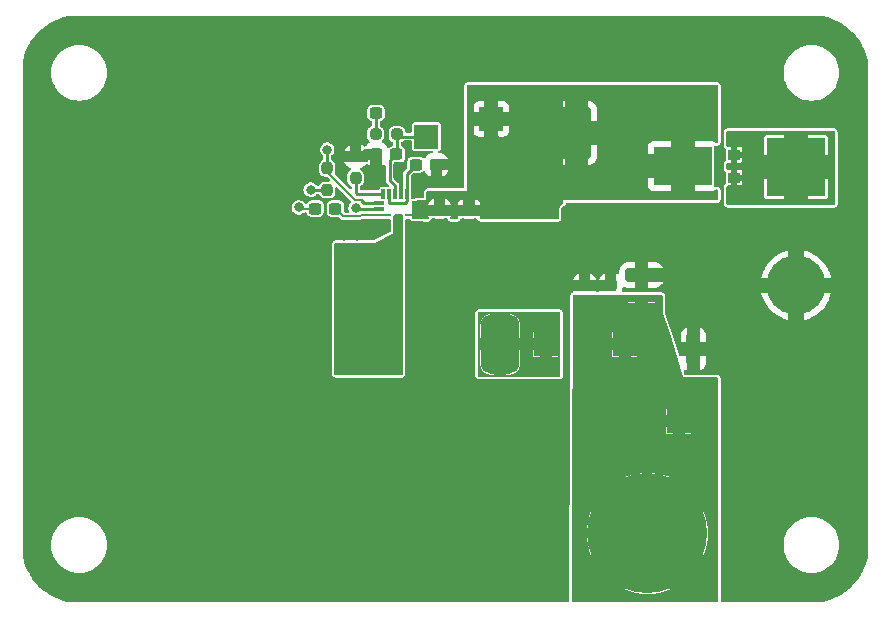
<source format=gbr>
%TF.GenerationSoftware,KiCad,Pcbnew,(6.0.8)*%
%TF.CreationDate,2023-02-10T11:33:07+01:00*%
%TF.ProjectId,power supply prototype,706f7765-7220-4737-9570-706c79207072,rev?*%
%TF.SameCoordinates,Original*%
%TF.FileFunction,Copper,L1,Top*%
%TF.FilePolarity,Positive*%
%FSLAX46Y46*%
G04 Gerber Fmt 4.6, Leading zero omitted, Abs format (unit mm)*
G04 Created by KiCad (PCBNEW (6.0.8)) date 2023-02-10 11:33:07*
%MOMM*%
%LPD*%
G01*
G04 APERTURE LIST*
G04 Aperture macros list*
%AMRoundRect*
0 Rectangle with rounded corners*
0 $1 Rounding radius*
0 $2 $3 $4 $5 $6 $7 $8 $9 X,Y pos of 4 corners*
0 Add a 4 corners polygon primitive as box body*
4,1,4,$2,$3,$4,$5,$6,$7,$8,$9,$2,$3,0*
0 Add four circle primitives for the rounded corners*
1,1,$1+$1,$2,$3*
1,1,$1+$1,$4,$5*
1,1,$1+$1,$6,$7*
1,1,$1+$1,$8,$9*
0 Add four rect primitives between the rounded corners*
20,1,$1+$1,$2,$3,$4,$5,0*
20,1,$1+$1,$4,$5,$6,$7,0*
20,1,$1+$1,$6,$7,$8,$9,0*
20,1,$1+$1,$8,$9,$2,$3,0*%
G04 Aperture macros list end*
%TA.AperFunction,SMDPad,CuDef*%
%ADD10R,1.000000X0.950000*%
%TD*%
%TA.AperFunction,SMDPad,CuDef*%
%ADD11R,4.900000X3.200000*%
%TD*%
%TA.AperFunction,SMDPad,CuDef*%
%ADD12RoundRect,0.237500X-0.237500X0.300000X-0.237500X-0.300000X0.237500X-0.300000X0.237500X0.300000X0*%
%TD*%
%TA.AperFunction,ComponentPad*%
%ADD13R,2.000000X2.000000*%
%TD*%
%TA.AperFunction,SMDPad,CuDef*%
%ADD14RoundRect,0.237500X0.237500X-0.300000X0.237500X0.300000X-0.237500X0.300000X-0.237500X-0.300000X0*%
%TD*%
%TA.AperFunction,SMDPad,CuDef*%
%ADD15R,0.914400X0.304800*%
%TD*%
%TA.AperFunction,SMDPad,CuDef*%
%ADD16R,1.498600X0.254000*%
%TD*%
%TA.AperFunction,SMDPad,CuDef*%
%ADD17R,0.355600X1.999996*%
%TD*%
%TA.AperFunction,SMDPad,CuDef*%
%ADD18R,0.304800X0.812800*%
%TD*%
%TA.AperFunction,SMDPad,CuDef*%
%ADD19RoundRect,0.237500X-0.300000X-0.237500X0.300000X-0.237500X0.300000X0.237500X-0.300000X0.237500X0*%
%TD*%
%TA.AperFunction,SMDPad,CuDef*%
%ADD20RoundRect,0.250000X-0.325000X-1.100000X0.325000X-1.100000X0.325000X1.100000X-0.325000X1.100000X0*%
%TD*%
%TA.AperFunction,SMDPad,CuDef*%
%ADD21RoundRect,0.812500X-0.812500X-1.687500X0.812500X-1.687500X0.812500X1.687500X-0.812500X1.687500X0*%
%TD*%
%TA.AperFunction,SMDPad,CuDef*%
%ADD22RoundRect,0.237500X0.300000X0.237500X-0.300000X0.237500X-0.300000X-0.237500X0.300000X-0.237500X0*%
%TD*%
%TA.AperFunction,SMDPad,CuDef*%
%ADD23RoundRect,0.237500X0.250000X0.237500X-0.250000X0.237500X-0.250000X-0.237500X0.250000X-0.237500X0*%
%TD*%
%TA.AperFunction,SMDPad,CuDef*%
%ADD24RoundRect,0.250000X-1.000000X1.950000X-1.000000X-1.950000X1.000000X-1.950000X1.000000X1.950000X0*%
%TD*%
%TA.AperFunction,SMDPad,CuDef*%
%ADD25RoundRect,0.237500X-0.237500X0.250000X-0.237500X-0.250000X0.237500X-0.250000X0.237500X0.250000X0*%
%TD*%
%TA.AperFunction,ComponentPad*%
%ADD26R,5.000000X5.000000*%
%TD*%
%TA.AperFunction,ComponentPad*%
%ADD27O,5.000000X5.000000*%
%TD*%
%TA.AperFunction,SMDPad,CuDef*%
%ADD28RoundRect,0.250000X1.100000X-0.325000X1.100000X0.325000X-1.100000X0.325000X-1.100000X-0.325000X0*%
%TD*%
%TA.AperFunction,SMDPad,CuDef*%
%ADD29RoundRect,0.237500X0.237500X-0.250000X0.237500X0.250000X-0.237500X0.250000X-0.237500X-0.250000X0*%
%TD*%
%TA.AperFunction,ComponentPad*%
%ADD30C,10.160000*%
%TD*%
%TA.AperFunction,ViaPad*%
%ADD31C,0.800000*%
%TD*%
%TA.AperFunction,Conductor*%
%ADD32C,0.250000*%
%TD*%
%TA.AperFunction,Conductor*%
%ADD33C,0.200000*%
%TD*%
G04 APERTURE END LIST*
D10*
%TO.P,Drpp1,2,A*%
%TO.N,Net-(Drpp1-Pad2)*%
X160450000Y-81870000D03*
X160450000Y-79930000D03*
D11*
%TO.P,Drpp1,1,K*%
%TO.N,+BATT*%
X156100000Y-80900000D03*
%TD*%
D12*
%TO.P,Cbyp1,1*%
%TO.N,+BATT*%
X135500000Y-84637500D03*
%TO.P,Cbyp1,2*%
%TO.N,-BATT*%
X135500000Y-86362500D03*
%TD*%
D13*
%TO.P,TP4,1,1*%
%TO.N,/power supply/COMP*%
X134400000Y-78400000D03*
%TD*%
D14*
%TO.P,DNp,1*%
%TO.N,+5V*%
X147800000Y-92725000D03*
%TO.P,DNp,2*%
%TO.N,-BATT*%
X147800000Y-91000000D03*
%TD*%
D15*
%TO.P,U1,1,OUT*%
%TO.N,+5V*%
X130358601Y-84049996D03*
%TO.P,U1,2,RESET*%
%TO.N,/power supply/RESET*%
X130358601Y-84549997D03*
D16*
%TO.P,U1,3,BST*%
%TO.N,/power supply/BST*%
X130650700Y-85050000D03*
%TO.P,U1,4,PGND*%
%TO.N,-BATT*%
X130650700Y-85699999D03*
%TO.P,U1,5,PGND*%
X130650700Y-86350001D03*
D17*
%TO.P,U1,6,LX*%
%TO.N,/power supply/LX*%
X132000000Y-86225005D03*
D16*
%TO.P,U1,7,PGND*%
%TO.N,-BATT*%
X133349300Y-86350013D03*
%TO.P,U1,8,PGND*%
X133349300Y-85699999D03*
%TO.P,U1,9,SUPSW*%
%TO.N,+BATT*%
X133349300Y-85050013D03*
D15*
%TO.P,U1,10,SUP*%
X133641399Y-84549997D03*
%TO.P,U1,11,EN*%
X133641399Y-84049996D03*
D18*
%TO.P,U1,12,SYNC*%
%TO.N,-BATT*%
X133250000Y-83293600D03*
%TO.P,U1,13,BIAS*%
%TO.N,/power supply/BIAS*%
X132750001Y-83293600D03*
%TO.P,U1,14,GND*%
%TO.N,-BATT*%
X132250000Y-83293600D03*
%TO.P,U1,15,COMP*%
%TO.N,/power supply/COMP*%
X131750000Y-83293600D03*
%TO.P,U1,16,FB*%
%TO.N,/power supply/BIAS*%
X131249999Y-83293600D03*
%TO.P,U1,17,FOSC*%
%TO.N,/power supply/FOSC*%
X130750000Y-83293600D03*
%TD*%
D19*
%TO.P,Cc1,1*%
%TO.N,Net-(Cc1-Pad1)*%
X130137500Y-76400000D03*
%TO.P,Cc1,2*%
%TO.N,-BATT*%
X131862500Y-76400000D03*
%TD*%
D20*
%TO.P,Cout3,1*%
%TO.N,+5V*%
X154050000Y-96400000D03*
%TO.P,Cout3,2*%
%TO.N,-BATT*%
X157000000Y-96400000D03*
%TD*%
D21*
%TO.P,L1,1,1*%
%TO.N,/power supply/LX*%
X129350000Y-96000000D03*
%TO.P,L1,2,2*%
%TO.N,Net-(L1-Pad2)*%
X140650000Y-96000000D03*
%TD*%
D13*
%TO.P,TP1,1,1*%
%TO.N,+BATT*%
X139900000Y-76900000D03*
%TD*%
D22*
%TO.P,CF1,1*%
%TO.N,/power supply/COMP*%
X131862500Y-79900000D03*
%TO.P,CF1,2*%
%TO.N,-BATT*%
X130137500Y-79900000D03*
%TD*%
D23*
%TO.P,RCOMP1,1*%
%TO.N,/power supply/COMP*%
X131912500Y-78200000D03*
%TO.P,RCOMP1,2*%
%TO.N,Net-(Cc1-Pad1)*%
X130087500Y-78200000D03*
%TD*%
D13*
%TO.P,TP5,1,1*%
%TO.N,Net-(L1-Pad2)*%
X144500000Y-96000000D03*
%TD*%
%TO.P,TP3,1,1*%
%TO.N,+5V*%
X155750000Y-102500000D03*
%TD*%
D24*
%TO.P,CSup2,1*%
%TO.N,+BATT*%
X147100000Y-78100000D03*
%TO.P,CSup2,2*%
%TO.N,-BATT*%
X147100000Y-86500000D03*
%TD*%
D19*
%TO.P,CBIAS1,1*%
%TO.N,/power supply/BIAS*%
X133500000Y-80800000D03*
%TO.P,CBIAS1,2*%
%TO.N,-BATT*%
X135225000Y-80800000D03*
%TD*%
D13*
%TO.P,TP2,1,1*%
%TO.N,+5V*%
X151200000Y-96000000D03*
%TD*%
D19*
%TO.P,Cbst1,1*%
%TO.N,/power supply/LX*%
X124975000Y-84500000D03*
%TO.P,Cbst1,2*%
%TO.N,/power supply/BST*%
X126700000Y-84500000D03*
%TD*%
D25*
%TO.P,R_RST1,1*%
%TO.N,+5V*%
X126000000Y-81087500D03*
%TO.P,R_RST1,2*%
%TO.N,/power supply/RESET*%
X126000000Y-82912500D03*
%TD*%
D26*
%TO.P,XT60_1,1,Pin_1*%
%TO.N,Net-(Drpp1-Pad2)*%
X165700000Y-81000000D03*
D27*
%TO.P,XT60_1,2,Pin_2*%
%TO.N,-BATT*%
X165700000Y-91000000D03*
%TD*%
D14*
%TO.P,DNP,1*%
%TO.N,+5V*%
X150000000Y-92725000D03*
%TO.P,DNP,2*%
%TO.N,-BATT*%
X150000000Y-91000000D03*
%TD*%
D12*
%TO.P,Csup1,1*%
%TO.N,+BATT*%
X138000000Y-84637500D03*
%TO.P,Csup1,2*%
%TO.N,-BATT*%
X138000000Y-86362500D03*
%TD*%
D28*
%TO.P,Cout1,1*%
%TO.N,+5V*%
X152600000Y-93075000D03*
%TO.P,Cout1,2*%
%TO.N,-BATT*%
X152600000Y-90125000D03*
%TD*%
D29*
%TO.P,R_OSC1,1*%
%TO.N,/power supply/FOSC*%
X128400000Y-81912500D03*
%TO.P,R_OSC1,2*%
%TO.N,-BATT*%
X128400000Y-80087500D03*
%TD*%
D30*
%TO.P,J1,1,Pin_1*%
%TO.N,-BATT*%
X123130000Y-112000000D03*
%TO.P,J1,2,Pin_2*%
%TO.N,+5V*%
X153100000Y-112000000D03*
%TD*%
D31*
%TO.N,-BATT*%
X138500000Y-90000000D03*
X126400000Y-86800000D03*
X136750000Y-79500000D03*
X138500000Y-88750000D03*
X128500000Y-86800000D03*
X136750000Y-77750000D03*
X134750000Y-90000000D03*
X137250000Y-88750000D03*
X134750000Y-88750000D03*
X126900000Y-86000000D03*
X133400000Y-75900000D03*
X139500000Y-87750000D03*
X133500000Y-88750000D03*
X136700000Y-75900000D03*
X136000000Y-88750000D03*
X139500000Y-88750000D03*
X136000000Y-90000000D03*
X129000000Y-86000000D03*
X137250000Y-87750000D03*
X134750000Y-87750000D03*
X133500000Y-87750000D03*
X125800000Y-85900000D03*
X127400000Y-86800000D03*
X125300000Y-86700000D03*
X138500000Y-87750000D03*
X137250000Y-90000000D03*
X132100000Y-81200000D03*
X136000000Y-87750000D03*
X136800000Y-81800000D03*
X127900000Y-86000000D03*
%TO.N,/power supply/LX*%
X127000000Y-87800000D03*
X123600000Y-84400000D03*
%TO.N,+5V*%
X126000000Y-79500000D03*
X148000000Y-94500000D03*
%TO.N,/power supply/RESET*%
X124600000Y-82900000D03*
X128399248Y-84454917D03*
%TD*%
D32*
%TO.N,/power supply/BIAS*%
X131272600Y-84025000D02*
X132547600Y-84025000D01*
X132750001Y-81549999D02*
X133500000Y-80800000D01*
X132750001Y-83293600D02*
X132750001Y-81549999D01*
X131249999Y-83293600D02*
X131249999Y-84002399D01*
X132750001Y-83822599D02*
X132750001Y-83293600D01*
X131249999Y-84002399D02*
X131272600Y-84025000D01*
X132547600Y-84025000D02*
X132750001Y-83822599D01*
D33*
%TO.N,/power supply/LX*%
X123700000Y-84500000D02*
X123600000Y-84400000D01*
X124975000Y-84500000D02*
X123700000Y-84500000D01*
%TO.N,/power supply/BST*%
X128850000Y-85050000D02*
X128750083Y-85149917D01*
X126700000Y-84500000D02*
X127354917Y-85154917D01*
X128750083Y-85149917D02*
X127359917Y-85149917D01*
X128850000Y-85050000D02*
X130650700Y-85050000D01*
X127359917Y-85149917D02*
X127354917Y-85154917D01*
D32*
%TO.N,Net-(Cc1-Pad1)*%
X130137500Y-76400000D02*
X130137500Y-78150000D01*
X130137500Y-78150000D02*
X130087500Y-78200000D01*
%TO.N,/power supply/COMP*%
X131912500Y-78200000D02*
X131912500Y-79950000D01*
X131750000Y-83293600D02*
X131750000Y-82550000D01*
X131275000Y-80487500D02*
X131862500Y-79900000D01*
X131275000Y-82075000D02*
X131275000Y-80487500D01*
X132112500Y-78400000D02*
X131912500Y-78200000D01*
X131750000Y-82550000D02*
X131275000Y-82075000D01*
X134400000Y-78400000D02*
X132112500Y-78400000D01*
D33*
%TO.N,+5V*%
X128843600Y-83743600D02*
X128342559Y-83743600D01*
X126000000Y-81401041D02*
X126000000Y-81087500D01*
D32*
X130358601Y-84049996D02*
X129149996Y-84049996D01*
D33*
X128342559Y-83743600D02*
X126000000Y-81401041D01*
D32*
X129149996Y-84049996D02*
X128843600Y-83743600D01*
X126000000Y-79500000D02*
X126000000Y-81087500D01*
%TO.N,/power supply/FOSC*%
X128493600Y-83293600D02*
X130750000Y-83293600D01*
X128400000Y-83200000D02*
X128493600Y-83293600D01*
X128400000Y-81912500D02*
X128400000Y-83200000D01*
%TO.N,/power supply/RESET*%
X125987500Y-82900000D02*
X126000000Y-82912500D01*
X124600000Y-82900000D02*
X125987500Y-82900000D01*
X130358601Y-84549997D02*
X128449997Y-84549997D01*
X128399248Y-84499248D02*
X128399248Y-84454917D01*
X128449997Y-84549997D02*
X128399248Y-84499248D01*
%TD*%
%TA.AperFunction,Conductor*%
%TO.N,+5V*%
G36*
X154359191Y-91818907D02*
G01*
X154395155Y-91868407D01*
X154400000Y-91899000D01*
X154400000Y-93400000D01*
X154402863Y-93408016D01*
X154899137Y-94797585D01*
X154900730Y-94802435D01*
X155412473Y-96508243D01*
X156100000Y-98800000D01*
X159001000Y-98800000D01*
X159059191Y-98818907D01*
X159095155Y-98868407D01*
X159100000Y-98899000D01*
X159100000Y-117694949D01*
X159081093Y-117753140D01*
X159031593Y-117789104D01*
X159001000Y-117793949D01*
X146799786Y-117793949D01*
X146741595Y-117775042D01*
X146705631Y-117725542D01*
X146700787Y-117694570D01*
X146704391Y-116753821D01*
X151179584Y-116753821D01*
X151185368Y-116759605D01*
X151341762Y-116824385D01*
X151345833Y-116825867D01*
X151768937Y-116959272D01*
X151773100Y-116960387D01*
X152206215Y-117056407D01*
X152210488Y-117057160D01*
X152650325Y-117115065D01*
X152654619Y-117115441D01*
X153097847Y-117134793D01*
X153102153Y-117134793D01*
X153545381Y-117115441D01*
X153549675Y-117115065D01*
X153989512Y-117057160D01*
X153993785Y-117056407D01*
X154426900Y-116960387D01*
X154431063Y-116959272D01*
X154854167Y-116825867D01*
X154858238Y-116824385D01*
X155011846Y-116760759D01*
X155020507Y-116753361D01*
X155017377Y-116745805D01*
X153111086Y-114839514D01*
X153099203Y-114833460D01*
X153094172Y-114834256D01*
X151184755Y-116743673D01*
X151179584Y-116753821D01*
X146704391Y-116753821D01*
X146715884Y-113754167D01*
X146722597Y-112002153D01*
X147965207Y-112002153D01*
X147984559Y-112445381D01*
X147984935Y-112449675D01*
X148042840Y-112889512D01*
X148043593Y-112893785D01*
X148139613Y-113326900D01*
X148140728Y-113331063D01*
X148274133Y-113754167D01*
X148275615Y-113758238D01*
X148339241Y-113911846D01*
X148346639Y-113920507D01*
X148354195Y-113917377D01*
X150260486Y-112011086D01*
X150265728Y-112000797D01*
X155933460Y-112000797D01*
X155934256Y-112005828D01*
X157843673Y-113915245D01*
X157853821Y-113920416D01*
X157859605Y-113914632D01*
X157924385Y-113758238D01*
X157925867Y-113754167D01*
X158059272Y-113331063D01*
X158060387Y-113326900D01*
X158156407Y-112893785D01*
X158157160Y-112889512D01*
X158215065Y-112449675D01*
X158215441Y-112445381D01*
X158234793Y-112002153D01*
X158234793Y-111997847D01*
X158215441Y-111554619D01*
X158215065Y-111550325D01*
X158157160Y-111110488D01*
X158156407Y-111106215D01*
X158060387Y-110673100D01*
X158059272Y-110668937D01*
X157925867Y-110245833D01*
X157924385Y-110241762D01*
X157860759Y-110088154D01*
X157853361Y-110079493D01*
X157845805Y-110082623D01*
X155939514Y-111988914D01*
X155933460Y-112000797D01*
X150265728Y-112000797D01*
X150266540Y-111999203D01*
X150265744Y-111994172D01*
X148356327Y-110084755D01*
X148346179Y-110079584D01*
X148340395Y-110085368D01*
X148275615Y-110241762D01*
X148274133Y-110245833D01*
X148140728Y-110668937D01*
X148139613Y-110673100D01*
X148043593Y-111106215D01*
X148042840Y-111110488D01*
X147984935Y-111550325D01*
X147984559Y-111554619D01*
X147965207Y-111997847D01*
X147965207Y-112002153D01*
X146722597Y-112002153D01*
X146740818Y-107246639D01*
X151179493Y-107246639D01*
X151182623Y-107254195D01*
X153088914Y-109160486D01*
X153100797Y-109166540D01*
X153105828Y-109165744D01*
X155015245Y-107256327D01*
X155020416Y-107246179D01*
X155014632Y-107240395D01*
X154858238Y-107175615D01*
X154854167Y-107174133D01*
X154431063Y-107040728D01*
X154426900Y-107039613D01*
X153993785Y-106943593D01*
X153989512Y-106942840D01*
X153549675Y-106884935D01*
X153545381Y-106884559D01*
X153102153Y-106865207D01*
X153097847Y-106865207D01*
X152654619Y-106884559D01*
X152650325Y-106884935D01*
X152210488Y-106942840D01*
X152206215Y-106943593D01*
X151773100Y-107039613D01*
X151768937Y-107040728D01*
X151345833Y-107174133D01*
X151341762Y-107175615D01*
X151188154Y-107239241D01*
X151179493Y-107246639D01*
X146740818Y-107246639D01*
X146755173Y-103500062D01*
X154700000Y-103500062D01*
X154700949Y-103509699D01*
X154700999Y-103509947D01*
X154708317Y-103527614D01*
X154708533Y-103527938D01*
X154722062Y-103541467D01*
X154722386Y-103541683D01*
X154740053Y-103549001D01*
X154740301Y-103549051D01*
X154749938Y-103550000D01*
X155234320Y-103550000D01*
X155247005Y-103545878D01*
X155250000Y-103541757D01*
X155250000Y-103534320D01*
X156250000Y-103534320D01*
X156254122Y-103547005D01*
X156258243Y-103550000D01*
X156750062Y-103550000D01*
X156759699Y-103549051D01*
X156759947Y-103549001D01*
X156777614Y-103541683D01*
X156777938Y-103541467D01*
X156791467Y-103527938D01*
X156791683Y-103527614D01*
X156799001Y-103509947D01*
X156799051Y-103509699D01*
X156800000Y-103500062D01*
X156800000Y-103015680D01*
X156795878Y-103002995D01*
X156791757Y-103000000D01*
X156265680Y-103000000D01*
X156252995Y-103004122D01*
X156250000Y-103008243D01*
X156250000Y-103534320D01*
X155250000Y-103534320D01*
X155250000Y-103015680D01*
X155245878Y-103002995D01*
X155241757Y-103000000D01*
X154715680Y-103000000D01*
X154702995Y-103004122D01*
X154700000Y-103008243D01*
X154700000Y-103500062D01*
X146755173Y-103500062D01*
X146760980Y-101984320D01*
X154700000Y-101984320D01*
X154704122Y-101997005D01*
X154708243Y-102000000D01*
X155234320Y-102000000D01*
X155247005Y-101995878D01*
X155250000Y-101991757D01*
X155250000Y-101984320D01*
X156250000Y-101984320D01*
X156254122Y-101997005D01*
X156258243Y-102000000D01*
X156784320Y-102000000D01*
X156797005Y-101995878D01*
X156800000Y-101991757D01*
X156800000Y-101499938D01*
X156799051Y-101490301D01*
X156799001Y-101490053D01*
X156791683Y-101472386D01*
X156791467Y-101472062D01*
X156777938Y-101458533D01*
X156777614Y-101458317D01*
X156759947Y-101450999D01*
X156759699Y-101450949D01*
X156750062Y-101450000D01*
X156265680Y-101450000D01*
X156252995Y-101454122D01*
X156250000Y-101458243D01*
X156250000Y-101984320D01*
X155250000Y-101984320D01*
X155250000Y-101465680D01*
X155245878Y-101452995D01*
X155241757Y-101450000D01*
X154749938Y-101450000D01*
X154740301Y-101450949D01*
X154740053Y-101450999D01*
X154722386Y-101458317D01*
X154722062Y-101458533D01*
X154708533Y-101472062D01*
X154708317Y-101472386D01*
X154700999Y-101490053D01*
X154700949Y-101490301D01*
X154700000Y-101499938D01*
X154700000Y-101984320D01*
X146760980Y-101984320D01*
X146778002Y-97541639D01*
X153425000Y-97541639D01*
X153425346Y-97547485D01*
X153427234Y-97563353D01*
X153431128Y-97577519D01*
X153469768Y-97664509D01*
X153471647Y-97667244D01*
X153473664Y-97668269D01*
X153475000Y-97662691D01*
X153475000Y-97658571D01*
X154625000Y-97658571D01*
X154627986Y-97667762D01*
X154630519Y-97664063D01*
X154669000Y-97577020D01*
X154672873Y-97562815D01*
X154674668Y-97547420D01*
X154675000Y-97541708D01*
X154675000Y-96990680D01*
X154670878Y-96977995D01*
X154666757Y-96975000D01*
X154640680Y-96975000D01*
X154627995Y-96979122D01*
X154625000Y-96983243D01*
X154625000Y-97658571D01*
X153475000Y-97658571D01*
X153475000Y-96990680D01*
X153470878Y-96977995D01*
X153466757Y-96975000D01*
X153440680Y-96975000D01*
X153427995Y-96979122D01*
X153425000Y-96983243D01*
X153425000Y-97541639D01*
X146778002Y-97541639D01*
X146780077Y-97000062D01*
X150150000Y-97000062D01*
X150150949Y-97009699D01*
X150150999Y-97009947D01*
X150158317Y-97027614D01*
X150158533Y-97027938D01*
X150172062Y-97041467D01*
X150172386Y-97041683D01*
X150190053Y-97049001D01*
X150190301Y-97049051D01*
X150199938Y-97050000D01*
X150684320Y-97050000D01*
X150697005Y-97045878D01*
X150700000Y-97041757D01*
X150700000Y-97034320D01*
X151700000Y-97034320D01*
X151704122Y-97047005D01*
X151708243Y-97050000D01*
X152200062Y-97050000D01*
X152209699Y-97049051D01*
X152209947Y-97049001D01*
X152227614Y-97041683D01*
X152227938Y-97041467D01*
X152241467Y-97027938D01*
X152241683Y-97027614D01*
X152249001Y-97009947D01*
X152249051Y-97009699D01*
X152250000Y-97000062D01*
X152250000Y-96515680D01*
X152245878Y-96502995D01*
X152241757Y-96500000D01*
X151715680Y-96500000D01*
X151702995Y-96504122D01*
X151700000Y-96508243D01*
X151700000Y-97034320D01*
X150700000Y-97034320D01*
X150700000Y-96515680D01*
X150695878Y-96502995D01*
X150691757Y-96500000D01*
X150165680Y-96500000D01*
X150152995Y-96504122D01*
X150150000Y-96508243D01*
X150150000Y-97000062D01*
X146780077Y-97000062D01*
X146784639Y-95809320D01*
X153425000Y-95809320D01*
X153429122Y-95822005D01*
X153433243Y-95825000D01*
X153459320Y-95825000D01*
X153472005Y-95820878D01*
X153475000Y-95816757D01*
X153475000Y-95809320D01*
X154625000Y-95809320D01*
X154629122Y-95822005D01*
X154633243Y-95825000D01*
X154659320Y-95825000D01*
X154672005Y-95820878D01*
X154675000Y-95816757D01*
X154675000Y-95258361D01*
X154674654Y-95252515D01*
X154672766Y-95236647D01*
X154668872Y-95222481D01*
X154630232Y-95135491D01*
X154628353Y-95132756D01*
X154626336Y-95131731D01*
X154625000Y-95137309D01*
X154625000Y-95809320D01*
X153475000Y-95809320D01*
X153475000Y-95141429D01*
X153472014Y-95132238D01*
X153469481Y-95135937D01*
X153431000Y-95222980D01*
X153427127Y-95237185D01*
X153425332Y-95252580D01*
X153425000Y-95258292D01*
X153425000Y-95809320D01*
X146784639Y-95809320D01*
X146785884Y-95484320D01*
X150150000Y-95484320D01*
X150154122Y-95497005D01*
X150158243Y-95500000D01*
X150684320Y-95500000D01*
X150697005Y-95495878D01*
X150700000Y-95491757D01*
X150700000Y-95484320D01*
X151700000Y-95484320D01*
X151704122Y-95497005D01*
X151708243Y-95500000D01*
X152234320Y-95500000D01*
X152247005Y-95495878D01*
X152250000Y-95491757D01*
X152250000Y-94999938D01*
X152249051Y-94990301D01*
X152249001Y-94990053D01*
X152241683Y-94972386D01*
X152241467Y-94972062D01*
X152227938Y-94958533D01*
X152227614Y-94958317D01*
X152209947Y-94950999D01*
X152209699Y-94950949D01*
X152200062Y-94950000D01*
X151715680Y-94950000D01*
X151702995Y-94954122D01*
X151700000Y-94958243D01*
X151700000Y-95484320D01*
X150700000Y-95484320D01*
X150700000Y-94965680D01*
X150695878Y-94952995D01*
X150691757Y-94950000D01*
X150199938Y-94950000D01*
X150190301Y-94950949D01*
X150190053Y-94950999D01*
X150172386Y-94958317D01*
X150172062Y-94958533D01*
X150158533Y-94972062D01*
X150158317Y-94972386D01*
X150150999Y-94990053D01*
X150150949Y-94990301D01*
X150150000Y-94999938D01*
X150150000Y-95484320D01*
X146785884Y-95484320D01*
X146792900Y-93652986D01*
X151332238Y-93652986D01*
X151335937Y-93655519D01*
X151422980Y-93694000D01*
X151437185Y-93697873D01*
X151452580Y-93699668D01*
X151458292Y-93700000D01*
X152009320Y-93700000D01*
X152022005Y-93695878D01*
X152025000Y-93691757D01*
X152025000Y-93684320D01*
X153175000Y-93684320D01*
X153179122Y-93697005D01*
X153183243Y-93700000D01*
X153741639Y-93700000D01*
X153747485Y-93699654D01*
X153763353Y-93697766D01*
X153777519Y-93693872D01*
X153864509Y-93655232D01*
X153867244Y-93653353D01*
X153868269Y-93651336D01*
X153862691Y-93650000D01*
X153190680Y-93650000D01*
X153177995Y-93654122D01*
X153175000Y-93658243D01*
X153175000Y-93684320D01*
X152025000Y-93684320D01*
X152025000Y-93665680D01*
X152020878Y-93652995D01*
X152016757Y-93650000D01*
X151341429Y-93650000D01*
X151332238Y-93652986D01*
X146792900Y-93652986D01*
X146797323Y-92498664D01*
X151331731Y-92498664D01*
X151337309Y-92500000D01*
X152009320Y-92500000D01*
X152022005Y-92495878D01*
X152025000Y-92491757D01*
X152025000Y-92484320D01*
X153175000Y-92484320D01*
X153179122Y-92497005D01*
X153183243Y-92500000D01*
X153858571Y-92500000D01*
X153867762Y-92497014D01*
X153864063Y-92494481D01*
X153777020Y-92456000D01*
X153762815Y-92452127D01*
X153747420Y-92450332D01*
X153741708Y-92450000D01*
X153190680Y-92450000D01*
X153177995Y-92454122D01*
X153175000Y-92458243D01*
X153175000Y-92484320D01*
X152025000Y-92484320D01*
X152025000Y-92465680D01*
X152020878Y-92452995D01*
X152016757Y-92450000D01*
X151458361Y-92450000D01*
X151452515Y-92450346D01*
X151436647Y-92452234D01*
X151422481Y-92456128D01*
X151335491Y-92494768D01*
X151332756Y-92496647D01*
X151331731Y-92498664D01*
X146797323Y-92498664D01*
X146799622Y-91898621D01*
X146818752Y-91840503D01*
X146868389Y-91804729D01*
X146898621Y-91800000D01*
X154301000Y-91800000D01*
X154359191Y-91818907D01*
G37*
%TD.AperFunction*%
%TD*%
%TA.AperFunction,Conductor*%
%TO.N,+BATT*%
G36*
X159042121Y-74020002D02*
G01*
X159088614Y-74073658D01*
X159100000Y-74126000D01*
X159100000Y-78825426D01*
X159079998Y-78893547D01*
X159026342Y-78940040D01*
X158956068Y-78950144D01*
X158898435Y-78926252D01*
X158803649Y-78855214D01*
X158788054Y-78846676D01*
X158667606Y-78801522D01*
X158652351Y-78797895D01*
X158601486Y-78792369D01*
X158594672Y-78792000D01*
X157118115Y-78792000D01*
X157102876Y-78796475D01*
X157101671Y-78797865D01*
X157100000Y-78805548D01*
X157100000Y-82989884D01*
X157104475Y-83005123D01*
X157105865Y-83006328D01*
X157113548Y-83007999D01*
X158594669Y-83007999D01*
X158601490Y-83007629D01*
X158652352Y-83002105D01*
X158667604Y-82998479D01*
X158788054Y-82953324D01*
X158803649Y-82944786D01*
X158898435Y-82873748D01*
X158964942Y-82848900D01*
X159034324Y-82863953D01*
X159084554Y-82914128D01*
X159100000Y-82974574D01*
X159100000Y-83674000D01*
X159079998Y-83742121D01*
X159026342Y-83788614D01*
X158974000Y-83800000D01*
X146000000Y-83800000D01*
X146000000Y-82544669D01*
X153142001Y-82544669D01*
X153142371Y-82551490D01*
X153147895Y-82602352D01*
X153151521Y-82617604D01*
X153196676Y-82738054D01*
X153205214Y-82753649D01*
X153281715Y-82855724D01*
X153294276Y-82868285D01*
X153396351Y-82944786D01*
X153411946Y-82953324D01*
X153532394Y-82998478D01*
X153547649Y-83002105D01*
X153598514Y-83007631D01*
X153605328Y-83008000D01*
X155081885Y-83008000D01*
X155097124Y-83003525D01*
X155098329Y-83002135D01*
X155100000Y-82994452D01*
X155100000Y-81918115D01*
X155095525Y-81902876D01*
X155094135Y-81901671D01*
X155086452Y-81900000D01*
X153160116Y-81900000D01*
X153144877Y-81904475D01*
X153143672Y-81905865D01*
X153142001Y-81913548D01*
X153142001Y-82544669D01*
X146000000Y-82544669D01*
X146000000Y-80802914D01*
X146046438Y-80807672D01*
X146052854Y-80808000D01*
X146081885Y-80808000D01*
X146097124Y-80803525D01*
X146098329Y-80802135D01*
X146100000Y-80794452D01*
X146100000Y-80789884D01*
X148100000Y-80789884D01*
X148104475Y-80805123D01*
X148105865Y-80806328D01*
X148113548Y-80807999D01*
X148147095Y-80807999D01*
X148153614Y-80807662D01*
X148249206Y-80797743D01*
X148262600Y-80794851D01*
X148416784Y-80743412D01*
X148429962Y-80737239D01*
X148567807Y-80651937D01*
X148579208Y-80642901D01*
X148693739Y-80528171D01*
X148702751Y-80516760D01*
X148787816Y-80378757D01*
X148793963Y-80365576D01*
X148845138Y-80211290D01*
X148848005Y-80197914D01*
X148857672Y-80103562D01*
X148858000Y-80097146D01*
X148858000Y-79881885D01*
X153142000Y-79881885D01*
X153146475Y-79897124D01*
X153147865Y-79898329D01*
X153155548Y-79900000D01*
X155081885Y-79900000D01*
X155097124Y-79895525D01*
X155098329Y-79894135D01*
X155100000Y-79886452D01*
X155100000Y-78810116D01*
X155095525Y-78794877D01*
X155094135Y-78793672D01*
X155086452Y-78792001D01*
X153605331Y-78792001D01*
X153598510Y-78792371D01*
X153547648Y-78797895D01*
X153532396Y-78801521D01*
X153411946Y-78846676D01*
X153396351Y-78855214D01*
X153294276Y-78931715D01*
X153281715Y-78944276D01*
X153205214Y-79046351D01*
X153196676Y-79061946D01*
X153151522Y-79182394D01*
X153147895Y-79197649D01*
X153142369Y-79248514D01*
X153142000Y-79255328D01*
X153142000Y-79881885D01*
X148858000Y-79881885D01*
X148858000Y-79118115D01*
X148853525Y-79102876D01*
X148852135Y-79101671D01*
X148844452Y-79100000D01*
X148118115Y-79100000D01*
X148102876Y-79104475D01*
X148101671Y-79105865D01*
X148100000Y-79113548D01*
X148100000Y-80789884D01*
X146100000Y-80789884D01*
X146100000Y-77081885D01*
X148100000Y-77081885D01*
X148104475Y-77097124D01*
X148105865Y-77098329D01*
X148113548Y-77100000D01*
X148839884Y-77100000D01*
X148855123Y-77095525D01*
X148856328Y-77094135D01*
X148857999Y-77086452D01*
X148857999Y-76102905D01*
X148857662Y-76096386D01*
X148847743Y-76000794D01*
X148844851Y-75987400D01*
X148793412Y-75833216D01*
X148787239Y-75820038D01*
X148701937Y-75682193D01*
X148692901Y-75670792D01*
X148578171Y-75556261D01*
X148566760Y-75547249D01*
X148428757Y-75462184D01*
X148415576Y-75456037D01*
X148261290Y-75404862D01*
X148247914Y-75401995D01*
X148153562Y-75392328D01*
X148147145Y-75392000D01*
X148118115Y-75392000D01*
X148102876Y-75396475D01*
X148101671Y-75397865D01*
X148100000Y-75405548D01*
X148100000Y-77081885D01*
X146100000Y-77081885D01*
X146100000Y-75410116D01*
X146095525Y-75394877D01*
X146094135Y-75393672D01*
X146086452Y-75392001D01*
X146052905Y-75392001D01*
X146046386Y-75392338D01*
X146000000Y-75397151D01*
X146000000Y-74000000D01*
X158974000Y-74000000D01*
X159042121Y-74020002D01*
G37*
%TD.AperFunction*%
%TD*%
%TA.AperFunction,Conductor*%
%TO.N,+BATT*%
G36*
X146000000Y-84018323D02*
G01*
X145979998Y-84086444D01*
X145926342Y-84132937D01*
X145915750Y-84137205D01*
X145886816Y-84147366D01*
X145879246Y-84152958D01*
X145879243Y-84152959D01*
X145866326Y-84162500D01*
X145777850Y-84227850D01*
X145772258Y-84235421D01*
X145702959Y-84329243D01*
X145702958Y-84329246D01*
X145697366Y-84336816D01*
X145652481Y-84464631D01*
X145649500Y-84496166D01*
X145649500Y-85274000D01*
X145629498Y-85342121D01*
X145575842Y-85388614D01*
X145523500Y-85400000D01*
X139035675Y-85400000D01*
X138967554Y-85379998D01*
X138921061Y-85326342D01*
X138910957Y-85256068D01*
X138916082Y-85234333D01*
X138950789Y-85129694D01*
X138951278Y-85115601D01*
X138945066Y-85112500D01*
X137061511Y-85112500D01*
X137047980Y-85116473D01*
X137046999Y-85123299D01*
X137083973Y-85234124D01*
X137086557Y-85305073D01*
X137050374Y-85366157D01*
X136986909Y-85397982D01*
X136964449Y-85400000D01*
X136535675Y-85400000D01*
X136467554Y-85379998D01*
X136421061Y-85326342D01*
X136410957Y-85256068D01*
X136416082Y-85234333D01*
X136450789Y-85129694D01*
X136451278Y-85115601D01*
X136445066Y-85112500D01*
X134561511Y-85112500D01*
X134547980Y-85116473D01*
X134546999Y-85123299D01*
X134583973Y-85234124D01*
X134586557Y-85305073D01*
X134550374Y-85366157D01*
X134486909Y-85397982D01*
X134464449Y-85400000D01*
X134400000Y-85400000D01*
X134400000Y-84159399D01*
X134548722Y-84159399D01*
X134554934Y-84162500D01*
X135006885Y-84162500D01*
X135022124Y-84158025D01*
X135023329Y-84156635D01*
X135025000Y-84148952D01*
X135025000Y-84144385D01*
X135975000Y-84144385D01*
X135979475Y-84159624D01*
X135980865Y-84160829D01*
X135988548Y-84162500D01*
X136438489Y-84162500D01*
X136449050Y-84159399D01*
X137048722Y-84159399D01*
X137054934Y-84162500D01*
X137506885Y-84162500D01*
X137522124Y-84158025D01*
X137523329Y-84156635D01*
X137525000Y-84148952D01*
X137525000Y-84144385D01*
X138475000Y-84144385D01*
X138479475Y-84159624D01*
X138480865Y-84160829D01*
X138488548Y-84162500D01*
X138938489Y-84162500D01*
X138952020Y-84158527D01*
X138953001Y-84151701D01*
X138912222Y-84029471D01*
X138906048Y-84016292D01*
X138823263Y-83882513D01*
X138814227Y-83871112D01*
X138702879Y-83759958D01*
X138691468Y-83750946D01*
X138557535Y-83668389D01*
X138544354Y-83662242D01*
X138492194Y-83644941D01*
X138478101Y-83644452D01*
X138475000Y-83650663D01*
X138475000Y-84144385D01*
X137525000Y-84144385D01*
X137525000Y-83657363D01*
X137521027Y-83643832D01*
X137514201Y-83642851D01*
X137454471Y-83662778D01*
X137441292Y-83668952D01*
X137307513Y-83751737D01*
X137296112Y-83760773D01*
X137184958Y-83872121D01*
X137175946Y-83883532D01*
X137093387Y-84017467D01*
X137087243Y-84030645D01*
X137049211Y-84145306D01*
X137048722Y-84159399D01*
X136449050Y-84159399D01*
X136452020Y-84158527D01*
X136453001Y-84151701D01*
X136412222Y-84029471D01*
X136406048Y-84016292D01*
X136323263Y-83882513D01*
X136314227Y-83871112D01*
X136202879Y-83759958D01*
X136191468Y-83750946D01*
X136057535Y-83668389D01*
X136044354Y-83662242D01*
X135992194Y-83644941D01*
X135978101Y-83644452D01*
X135975000Y-83650663D01*
X135975000Y-84144385D01*
X135025000Y-84144385D01*
X135025000Y-83657363D01*
X135021027Y-83643832D01*
X135014201Y-83642851D01*
X134954471Y-83662778D01*
X134941292Y-83668952D01*
X134807513Y-83751737D01*
X134796112Y-83760773D01*
X134684958Y-83872121D01*
X134675946Y-83883532D01*
X134593387Y-84017467D01*
X134587243Y-84030645D01*
X134549211Y-84145306D01*
X134548722Y-84159399D01*
X134400000Y-84159399D01*
X134400000Y-83126000D01*
X134420002Y-83057879D01*
X134473658Y-83011386D01*
X134526000Y-83000000D01*
X137800000Y-83000000D01*
X137800000Y-77943915D01*
X138400000Y-77943915D01*
X138400369Y-77950729D01*
X138405789Y-78000621D01*
X138409414Y-78015867D01*
X138453767Y-78134177D01*
X138462299Y-78149763D01*
X138537430Y-78250009D01*
X138549991Y-78262570D01*
X138650237Y-78337701D01*
X138665823Y-78346233D01*
X138784133Y-78390586D01*
X138799379Y-78394211D01*
X138849271Y-78399631D01*
X138856085Y-78400000D01*
X139281885Y-78400000D01*
X139297124Y-78395525D01*
X139298329Y-78394135D01*
X139300000Y-78386452D01*
X139300000Y-78381885D01*
X140500000Y-78381885D01*
X140504475Y-78397124D01*
X140505865Y-78398329D01*
X140513548Y-78400000D01*
X140943915Y-78400000D01*
X140950729Y-78399631D01*
X141000621Y-78394211D01*
X141015867Y-78390586D01*
X141134177Y-78346233D01*
X141149763Y-78337701D01*
X141250009Y-78262570D01*
X141262570Y-78250009D01*
X141337701Y-78149763D01*
X141346233Y-78134177D01*
X141390586Y-78015867D01*
X141394211Y-78000621D01*
X141399631Y-77950729D01*
X141400000Y-77943915D01*
X141400000Y-77518115D01*
X141395525Y-77502876D01*
X141394135Y-77501671D01*
X141386452Y-77500000D01*
X140518115Y-77500000D01*
X140502876Y-77504475D01*
X140501671Y-77505865D01*
X140500000Y-77513548D01*
X140500000Y-78381885D01*
X139300000Y-78381885D01*
X139300000Y-77518115D01*
X139295525Y-77502876D01*
X139294135Y-77501671D01*
X139286452Y-77500000D01*
X138418115Y-77500000D01*
X138402876Y-77504475D01*
X138401671Y-77505865D01*
X138400000Y-77513548D01*
X138400000Y-77943915D01*
X137800000Y-77943915D01*
X137800000Y-76281885D01*
X138400000Y-76281885D01*
X138404475Y-76297124D01*
X138405865Y-76298329D01*
X138413548Y-76300000D01*
X139281885Y-76300000D01*
X139297124Y-76295525D01*
X139298329Y-76294135D01*
X139300000Y-76286452D01*
X139300000Y-76281885D01*
X140500000Y-76281885D01*
X140504475Y-76297124D01*
X140505865Y-76298329D01*
X140513548Y-76300000D01*
X141381885Y-76300000D01*
X141397124Y-76295525D01*
X141398329Y-76294135D01*
X141400000Y-76286452D01*
X141400000Y-75856085D01*
X141399631Y-75849271D01*
X141394211Y-75799379D01*
X141390586Y-75784133D01*
X141346233Y-75665823D01*
X141337701Y-75650237D01*
X141262570Y-75549991D01*
X141250009Y-75537430D01*
X141149763Y-75462299D01*
X141134177Y-75453767D01*
X141015867Y-75409414D01*
X141000621Y-75405789D01*
X140950729Y-75400369D01*
X140943915Y-75400000D01*
X140518115Y-75400000D01*
X140502876Y-75404475D01*
X140501671Y-75405865D01*
X140500000Y-75413548D01*
X140500000Y-76281885D01*
X139300000Y-76281885D01*
X139300000Y-75418115D01*
X139295525Y-75402876D01*
X139294135Y-75401671D01*
X139286452Y-75400000D01*
X138856085Y-75400000D01*
X138849271Y-75400369D01*
X138799379Y-75405789D01*
X138784133Y-75409414D01*
X138665823Y-75453767D01*
X138650237Y-75462299D01*
X138549991Y-75537430D01*
X138537430Y-75549991D01*
X138462299Y-75650237D01*
X138453767Y-75665823D01*
X138409414Y-75784133D01*
X138405789Y-75799379D01*
X138400369Y-75849271D01*
X138400000Y-75856085D01*
X138400000Y-76281885D01*
X137800000Y-76281885D01*
X137800000Y-74126000D01*
X137820002Y-74057879D01*
X137873658Y-74011386D01*
X137926000Y-74000000D01*
X146000000Y-74000000D01*
X146000000Y-84018323D01*
G37*
%TD.AperFunction*%
%TD*%
%TA.AperFunction,Conductor*%
%TO.N,+BATT*%
G36*
X134400000Y-85400000D02*
G01*
X134229861Y-85400000D01*
X134191974Y-85392464D01*
X134184940Y-85389550D01*
X134176831Y-85384132D01*
X134167268Y-85382230D01*
X134167266Y-85382229D01*
X134144595Y-85377720D01*
X134118348Y-85372499D01*
X133299000Y-85372499D01*
X133240809Y-85353592D01*
X133204845Y-85304092D01*
X133200000Y-85273499D01*
X133200000Y-83999500D01*
X133218907Y-83941309D01*
X133268407Y-83905345D01*
X133299000Y-83900500D01*
X133422148Y-83900500D01*
X133448395Y-83895279D01*
X133471066Y-83890770D01*
X133471068Y-83890769D01*
X133480631Y-83888867D01*
X133546952Y-83844552D01*
X133552371Y-83836442D01*
X133559263Y-83829550D01*
X133562080Y-83832367D01*
X133595352Y-83806126D01*
X133629637Y-83800000D01*
X134400000Y-83800000D01*
X134400000Y-85400000D01*
G37*
%TD.AperFunction*%
%TD*%
%TA.AperFunction,Conductor*%
%TO.N,/power supply/LX*%
G36*
X132358691Y-85018907D02*
G01*
X132394655Y-85068407D01*
X132399500Y-85099000D01*
X132399500Y-85196761D01*
X132399833Y-85198433D01*
X132400000Y-85201838D01*
X132400000Y-85548174D01*
X132399833Y-85551579D01*
X132399500Y-85553251D01*
X132399500Y-85846747D01*
X132399833Y-85848419D01*
X132400000Y-85851824D01*
X132400000Y-86198188D01*
X132399833Y-86201593D01*
X132399500Y-86203265D01*
X132399500Y-86496761D01*
X132399833Y-86498433D01*
X132400000Y-86501838D01*
X132400000Y-98501000D01*
X132381093Y-98559191D01*
X132331593Y-98595155D01*
X132301000Y-98600000D01*
X130000000Y-98600000D01*
X130000000Y-87400000D01*
X130010307Y-87394846D01*
X130010309Y-87394846D01*
X131449772Y-86675114D01*
X131459739Y-86671699D01*
X131459657Y-86671502D01*
X131468665Y-86667771D01*
X131478231Y-86665868D01*
X131502697Y-86649520D01*
X131513415Y-86643293D01*
X131600000Y-86600000D01*
X131600000Y-86501826D01*
X131600167Y-86498421D01*
X131600500Y-86496749D01*
X131600500Y-86203253D01*
X131600167Y-86201581D01*
X131600000Y-86198176D01*
X131600000Y-85851824D01*
X131600167Y-85848419D01*
X131600500Y-85846747D01*
X131600500Y-85553251D01*
X131600167Y-85551579D01*
X131600000Y-85548174D01*
X131600000Y-85201825D01*
X131600167Y-85198420D01*
X131600500Y-85196748D01*
X131600500Y-85099000D01*
X131619407Y-85040809D01*
X131668907Y-85004845D01*
X131699500Y-85000000D01*
X132300500Y-85000000D01*
X132358691Y-85018907D01*
G37*
%TD.AperFunction*%
%TD*%
%TA.AperFunction,Conductor*%
%TO.N,Net-(L1-Pad2)*%
G36*
X145709191Y-93268907D02*
G01*
X145745155Y-93318407D01*
X145750000Y-93349000D01*
X145750000Y-98651000D01*
X145731093Y-98709191D01*
X145681593Y-98745155D01*
X145651000Y-98750000D01*
X138849000Y-98750000D01*
X138790809Y-98731093D01*
X138754845Y-98681593D01*
X138750000Y-98651000D01*
X138750000Y-97760413D01*
X138975001Y-97760413D01*
X138975116Y-97763789D01*
X138977644Y-97800893D01*
X138978997Y-97809479D01*
X139021980Y-97981873D01*
X139025659Y-97991875D01*
X139104218Y-98150131D01*
X139109960Y-98159109D01*
X139220660Y-98296792D01*
X139228208Y-98304340D01*
X139365891Y-98415040D01*
X139374869Y-98420782D01*
X139533125Y-98499341D01*
X139543127Y-98503020D01*
X139715518Y-98546003D01*
X139724108Y-98547356D01*
X139761214Y-98549885D01*
X139764584Y-98550000D01*
X140134320Y-98550000D01*
X140147005Y-98545878D01*
X140150000Y-98541757D01*
X140150000Y-98534319D01*
X141150000Y-98534319D01*
X141154122Y-98547004D01*
X141158243Y-98549999D01*
X141535413Y-98549999D01*
X141538789Y-98549884D01*
X141575893Y-98547356D01*
X141584479Y-98546003D01*
X141756873Y-98503020D01*
X141766875Y-98499341D01*
X141925131Y-98420782D01*
X141934109Y-98415040D01*
X142071792Y-98304340D01*
X142079340Y-98296792D01*
X142190040Y-98159109D01*
X142195782Y-98150131D01*
X142274341Y-97991875D01*
X142278020Y-97981873D01*
X142321003Y-97809482D01*
X142322356Y-97800892D01*
X142324885Y-97763786D01*
X142325000Y-97760416D01*
X142325000Y-97000062D01*
X143450000Y-97000062D01*
X143450949Y-97009699D01*
X143450999Y-97009947D01*
X143458317Y-97027614D01*
X143458533Y-97027938D01*
X143472062Y-97041467D01*
X143472386Y-97041683D01*
X143490053Y-97049001D01*
X143490301Y-97049051D01*
X143499938Y-97050000D01*
X143984320Y-97050000D01*
X143997005Y-97045878D01*
X144000000Y-97041757D01*
X144000000Y-97034320D01*
X145000000Y-97034320D01*
X145004122Y-97047005D01*
X145008243Y-97050000D01*
X145500062Y-97050000D01*
X145509699Y-97049051D01*
X145509947Y-97049001D01*
X145527614Y-97041683D01*
X145527938Y-97041467D01*
X145541467Y-97027938D01*
X145541683Y-97027614D01*
X145549001Y-97009947D01*
X145549051Y-97009699D01*
X145550000Y-97000062D01*
X145550000Y-96515680D01*
X145545878Y-96502995D01*
X145541757Y-96500000D01*
X145015680Y-96500000D01*
X145002995Y-96504122D01*
X145000000Y-96508243D01*
X145000000Y-97034320D01*
X144000000Y-97034320D01*
X144000000Y-96515680D01*
X143995878Y-96502995D01*
X143991757Y-96500000D01*
X143465680Y-96500000D01*
X143452995Y-96504122D01*
X143450000Y-96508243D01*
X143450000Y-97000062D01*
X142325000Y-97000062D01*
X142325000Y-96515680D01*
X142320878Y-96502995D01*
X142316757Y-96500000D01*
X141165680Y-96500000D01*
X141152995Y-96504122D01*
X141150000Y-96508243D01*
X141150000Y-98534319D01*
X140150000Y-98534319D01*
X140150000Y-96515680D01*
X140145878Y-96502995D01*
X140141757Y-96500000D01*
X138990681Y-96500000D01*
X138977996Y-96504122D01*
X138975001Y-96508243D01*
X138975001Y-97760413D01*
X138750000Y-97760413D01*
X138750000Y-95484320D01*
X138975000Y-95484320D01*
X138979122Y-95497005D01*
X138983243Y-95500000D01*
X140134320Y-95500000D01*
X140147005Y-95495878D01*
X140150000Y-95491757D01*
X140150000Y-95484320D01*
X141150000Y-95484320D01*
X141154122Y-95497005D01*
X141158243Y-95500000D01*
X142309319Y-95500000D01*
X142322004Y-95495878D01*
X142324999Y-95491757D01*
X142324999Y-95484320D01*
X143450000Y-95484320D01*
X143454122Y-95497005D01*
X143458243Y-95500000D01*
X143984320Y-95500000D01*
X143997005Y-95495878D01*
X144000000Y-95491757D01*
X144000000Y-95484320D01*
X145000000Y-95484320D01*
X145004122Y-95497005D01*
X145008243Y-95500000D01*
X145534320Y-95500000D01*
X145547005Y-95495878D01*
X145550000Y-95491757D01*
X145550000Y-94999938D01*
X145549051Y-94990301D01*
X145549001Y-94990053D01*
X145541683Y-94972386D01*
X145541467Y-94972062D01*
X145527938Y-94958533D01*
X145527614Y-94958317D01*
X145509947Y-94950999D01*
X145509699Y-94950949D01*
X145500062Y-94950000D01*
X145015680Y-94950000D01*
X145002995Y-94954122D01*
X145000000Y-94958243D01*
X145000000Y-95484320D01*
X144000000Y-95484320D01*
X144000000Y-94965680D01*
X143995878Y-94952995D01*
X143991757Y-94950000D01*
X143499938Y-94950000D01*
X143490301Y-94950949D01*
X143490053Y-94950999D01*
X143472386Y-94958317D01*
X143472062Y-94958533D01*
X143458533Y-94972062D01*
X143458317Y-94972386D01*
X143450999Y-94990053D01*
X143450949Y-94990301D01*
X143450000Y-94999938D01*
X143450000Y-95484320D01*
X142324999Y-95484320D01*
X142324999Y-94239587D01*
X142324884Y-94236211D01*
X142322356Y-94199107D01*
X142321003Y-94190521D01*
X142278020Y-94018127D01*
X142274341Y-94008125D01*
X142195782Y-93849869D01*
X142190040Y-93840891D01*
X142079340Y-93703208D01*
X142071792Y-93695660D01*
X141934109Y-93584960D01*
X141925131Y-93579218D01*
X141766875Y-93500659D01*
X141756873Y-93496980D01*
X141584482Y-93453997D01*
X141575892Y-93452644D01*
X141538786Y-93450115D01*
X141535416Y-93450000D01*
X141165680Y-93450000D01*
X141152995Y-93454122D01*
X141150000Y-93458243D01*
X141150000Y-95484320D01*
X140150000Y-95484320D01*
X140150000Y-93465681D01*
X140145878Y-93452996D01*
X140141757Y-93450001D01*
X139764587Y-93450001D01*
X139761211Y-93450116D01*
X139724107Y-93452644D01*
X139715521Y-93453997D01*
X139543127Y-93496980D01*
X139533125Y-93500659D01*
X139374869Y-93579218D01*
X139365891Y-93584960D01*
X139228208Y-93695660D01*
X139220660Y-93703208D01*
X139109960Y-93840891D01*
X139104218Y-93849869D01*
X139025659Y-94008125D01*
X139021980Y-94018127D01*
X138978997Y-94190518D01*
X138977644Y-94199108D01*
X138975115Y-94236214D01*
X138975000Y-94239584D01*
X138975000Y-95484320D01*
X138750000Y-95484320D01*
X138750000Y-93349000D01*
X138768907Y-93290809D01*
X138818407Y-93254845D01*
X138849000Y-93250000D01*
X145651000Y-93250000D01*
X145709191Y-93268907D01*
G37*
%TD.AperFunction*%
%TD*%
%TA.AperFunction,Conductor*%
%TO.N,/power supply/LX*%
G36*
X127365029Y-87401078D02*
G01*
X127400000Y-87405682D01*
X127408188Y-87404604D01*
X127434971Y-87401078D01*
X127451417Y-87400000D01*
X128448583Y-87400000D01*
X128465029Y-87401078D01*
X128500000Y-87405682D01*
X128508188Y-87404604D01*
X128534971Y-87401078D01*
X128551417Y-87400000D01*
X130000000Y-87400000D01*
X130000000Y-98600000D01*
X126726000Y-98600000D01*
X126657879Y-98579998D01*
X126611386Y-98526342D01*
X126600000Y-98474000D01*
X126600000Y-87526000D01*
X126620002Y-87457879D01*
X126673658Y-87411386D01*
X126726000Y-87400000D01*
X127348583Y-87400000D01*
X127365029Y-87401078D01*
G37*
%TD.AperFunction*%
%TD*%
%TA.AperFunction,Conductor*%
%TO.N,-BATT*%
G36*
X167954854Y-68210550D02*
G01*
X167957286Y-68211646D01*
X167964113Y-68211474D01*
X167964119Y-68211475D01*
X167964197Y-68211473D01*
X167965455Y-68211608D01*
X167974977Y-68212559D01*
X167975758Y-68212717D01*
X167991462Y-68214406D01*
X168353278Y-68302716D01*
X168361668Y-68305141D01*
X168742622Y-68432822D01*
X168750778Y-68435943D01*
X169104228Y-68588470D01*
X169119670Y-68595134D01*
X169127536Y-68598928D01*
X169481765Y-68788506D01*
X169489285Y-68792946D01*
X169826366Y-69011580D01*
X169833488Y-69016636D01*
X170151042Y-69262784D01*
X170157710Y-69268417D01*
X170453494Y-69540343D01*
X170459657Y-69546506D01*
X170731580Y-69842286D01*
X170737216Y-69848958D01*
X170983364Y-70166512D01*
X170988420Y-70173634D01*
X171207054Y-70510715D01*
X171211491Y-70518230D01*
X171284869Y-70655337D01*
X171401072Y-70872464D01*
X171404865Y-70880328D01*
X171526674Y-71162593D01*
X171564057Y-71249221D01*
X171567178Y-71257378D01*
X171694859Y-71638332D01*
X171697284Y-71646722D01*
X171785464Y-72008003D01*
X171786992Y-72022447D01*
X171787508Y-72025052D01*
X171788423Y-72034377D01*
X171788205Y-72041974D01*
X171789439Y-72044736D01*
X171789493Y-72045289D01*
X171786972Y-91119527D01*
X171783955Y-113948817D01*
X171783908Y-113949282D01*
X171782803Y-113951735D01*
X171782976Y-113958609D01*
X171782975Y-113958616D01*
X171782976Y-113958647D01*
X171782921Y-113959162D01*
X171781899Y-113969379D01*
X171781733Y-113970200D01*
X171780043Y-113985913D01*
X171691731Y-114347724D01*
X171689306Y-114356113D01*
X171561621Y-114737071D01*
X171558503Y-114745220D01*
X171558502Y-114745224D01*
X171558500Y-114745228D01*
X171399311Y-115114109D01*
X171395517Y-115121976D01*
X171341947Y-115222072D01*
X171205932Y-115476217D01*
X171205931Y-115476218D01*
X171201490Y-115483738D01*
X170982858Y-115820814D01*
X170977803Y-115827933D01*
X170731662Y-116145476D01*
X170731657Y-116145482D01*
X170726022Y-116152153D01*
X170454110Y-116447922D01*
X170447935Y-116454098D01*
X170152137Y-116726038D01*
X170145502Y-116731642D01*
X169827921Y-116977813D01*
X169820814Y-116982858D01*
X169483737Y-117201490D01*
X169476218Y-117205930D01*
X169121966Y-117395522D01*
X169114117Y-117399307D01*
X168745224Y-117558502D01*
X168737067Y-117561623D01*
X168356116Y-117689305D01*
X168347727Y-117691730D01*
X167986448Y-117779913D01*
X167971994Y-117781443D01*
X167969358Y-117781965D01*
X167960100Y-117782873D01*
X167952473Y-117782655D01*
X167949698Y-117783894D01*
X167949139Y-117783949D01*
X159419500Y-117783949D01*
X159358370Y-117764087D01*
X159320590Y-117712087D01*
X159315500Y-117679949D01*
X159315500Y-113000000D01*
X164634435Y-113000000D01*
X164654673Y-113308768D01*
X164715040Y-113612253D01*
X164814503Y-113905263D01*
X164951361Y-114182782D01*
X165123271Y-114440065D01*
X165327293Y-114672707D01*
X165559935Y-114876729D01*
X165817218Y-115048639D01*
X165820264Y-115050141D01*
X165820269Y-115050144D01*
X165949975Y-115114108D01*
X166094737Y-115185497D01*
X166387747Y-115284960D01*
X166391082Y-115285623D01*
X166391088Y-115285625D01*
X166687893Y-115344663D01*
X166687896Y-115344663D01*
X166691232Y-115345327D01*
X166922724Y-115360500D01*
X167077276Y-115360500D01*
X167308768Y-115345327D01*
X167312104Y-115344663D01*
X167312107Y-115344663D01*
X167608912Y-115285625D01*
X167608918Y-115285623D01*
X167612253Y-115284960D01*
X167905263Y-115185497D01*
X168050025Y-115114108D01*
X168179731Y-115050144D01*
X168179736Y-115050141D01*
X168182782Y-115048639D01*
X168440065Y-114876729D01*
X168672707Y-114672707D01*
X168876729Y-114440065D01*
X168935590Y-114351974D01*
X169046748Y-114185613D01*
X169046749Y-114185612D01*
X169048639Y-114182783D01*
X169185497Y-113905263D01*
X169284960Y-113612253D01*
X169345327Y-113308768D01*
X169365565Y-113000000D01*
X169345327Y-112691232D01*
X169284960Y-112387747D01*
X169185497Y-112094737D01*
X169048639Y-111817218D01*
X168876729Y-111559935D01*
X168672707Y-111327293D01*
X168440065Y-111123271D01*
X168182782Y-110951361D01*
X168179736Y-110949859D01*
X168179731Y-110949856D01*
X168041685Y-110881779D01*
X167905263Y-110814503D01*
X167612253Y-110715040D01*
X167608918Y-110714377D01*
X167608912Y-110714375D01*
X167312107Y-110655337D01*
X167312104Y-110655337D01*
X167308768Y-110654673D01*
X167077276Y-110639500D01*
X166922724Y-110639500D01*
X166691232Y-110654673D01*
X166687896Y-110655337D01*
X166687893Y-110655337D01*
X166391088Y-110714375D01*
X166391082Y-110714377D01*
X166387747Y-110715040D01*
X166094737Y-110814503D01*
X165958315Y-110881779D01*
X165820269Y-110949856D01*
X165820264Y-110949859D01*
X165817218Y-110951361D01*
X165559935Y-111123271D01*
X165327293Y-111327293D01*
X165123271Y-111559935D01*
X164951361Y-111817217D01*
X164814503Y-112094737D01*
X164715040Y-112387747D01*
X164654673Y-112691232D01*
X164634435Y-113000000D01*
X159315500Y-113000000D01*
X159315500Y-98899000D01*
X159312847Y-98865291D01*
X159311710Y-98858114D01*
X159308962Y-98840757D01*
X159308961Y-98840753D01*
X159308002Y-98834698D01*
X159269498Y-98741739D01*
X159233534Y-98692239D01*
X159208114Y-98663144D01*
X159191225Y-98653053D01*
X159130796Y-98616949D01*
X159130795Y-98616949D01*
X159125783Y-98613954D01*
X159120232Y-98612151D01*
X159120229Y-98612149D01*
X159071480Y-98596310D01*
X159071477Y-98596309D01*
X159067592Y-98595047D01*
X159054331Y-98592947D01*
X159005037Y-98585139D01*
X159005032Y-98585139D01*
X159001000Y-98584500D01*
X156337718Y-98584500D01*
X156276588Y-98564638D01*
X156238104Y-98510384D01*
X156228021Y-98476772D01*
X156173411Y-98294739D01*
X156174870Y-98230480D01*
X156213821Y-98179351D01*
X156275386Y-98160882D01*
X156327597Y-98176323D01*
X156347334Y-98188489D01*
X156358205Y-98193559D01*
X156409367Y-98210529D01*
X156421217Y-98210601D01*
X156424953Y-98199222D01*
X157575000Y-98199222D01*
X157578652Y-98210462D01*
X157590824Y-98210414D01*
X157642999Y-98193007D01*
X157653871Y-98187914D01*
X157793894Y-98101264D01*
X157803306Y-98093804D01*
X157919641Y-97977268D01*
X157927080Y-97967848D01*
X158013488Y-97827667D01*
X158018560Y-97816792D01*
X158070516Y-97660148D01*
X158072883Y-97649108D01*
X158082729Y-97553004D01*
X158083000Y-97547712D01*
X158083000Y-96991471D01*
X158078670Y-96978145D01*
X158074341Y-96975000D01*
X157591471Y-96975000D01*
X157578145Y-96979330D01*
X157575000Y-96983659D01*
X157575000Y-98199222D01*
X156424953Y-98199222D01*
X156425000Y-98199078D01*
X156425000Y-96991471D01*
X156420670Y-96978145D01*
X156416341Y-96975000D01*
X155933474Y-96975000D01*
X155892525Y-96988305D01*
X155828249Y-96988305D01*
X155776249Y-96950525D01*
X155760773Y-96919279D01*
X155427548Y-95808529D01*
X155917000Y-95808529D01*
X155921330Y-95821855D01*
X155925659Y-95825000D01*
X156408529Y-95825000D01*
X156421855Y-95820670D01*
X156425000Y-95816341D01*
X156425000Y-95808529D01*
X157575000Y-95808529D01*
X157579330Y-95821855D01*
X157583659Y-95825000D01*
X158066528Y-95825000D01*
X158079854Y-95820670D01*
X158082999Y-95816341D01*
X158082999Y-95252321D01*
X158082722Y-95246972D01*
X158072619Y-95149590D01*
X158070234Y-95138546D01*
X158018006Y-94981998D01*
X158012914Y-94971130D01*
X157926264Y-94831106D01*
X157918804Y-94821694D01*
X157802268Y-94705359D01*
X157792848Y-94697920D01*
X157652666Y-94611511D01*
X157641795Y-94606441D01*
X157590633Y-94589471D01*
X157578783Y-94589399D01*
X157575000Y-94600922D01*
X157575000Y-95808529D01*
X156425000Y-95808529D01*
X156425000Y-94600778D01*
X156421348Y-94589538D01*
X156409176Y-94589586D01*
X156357001Y-94606993D01*
X156346129Y-94612086D01*
X156206106Y-94698736D01*
X156196694Y-94706196D01*
X156080359Y-94822732D01*
X156072920Y-94832152D01*
X155986512Y-94972333D01*
X155981440Y-94983208D01*
X155929484Y-95139852D01*
X155927117Y-95150892D01*
X155917271Y-95246996D01*
X155917000Y-95252288D01*
X155917000Y-95808529D01*
X155427548Y-95808529D01*
X155107240Y-94740838D01*
X155107232Y-94740812D01*
X155107142Y-94740512D01*
X155105469Y-94735188D01*
X155103876Y-94730338D01*
X155102082Y-94725105D01*
X155059900Y-94606993D01*
X154621559Y-93379639D01*
X154615500Y-93344660D01*
X154615500Y-91899000D01*
X154612847Y-91865291D01*
X154608002Y-91834698D01*
X154569498Y-91741739D01*
X154533534Y-91692239D01*
X154509256Y-91664451D01*
X162764420Y-91664451D01*
X162833612Y-91928195D01*
X162835465Y-91933896D01*
X162959295Y-92251507D01*
X162961781Y-92256937D01*
X163121303Y-92558219D01*
X163124404Y-92563339D01*
X163317486Y-92844275D01*
X163321156Y-92849007D01*
X163545258Y-93105901D01*
X163549437Y-93110168D01*
X163801586Y-93339606D01*
X163806223Y-93343361D01*
X164083061Y-93542290D01*
X164088129Y-93545506D01*
X164385986Y-93711291D01*
X164391378Y-93713897D01*
X164706316Y-93844349D01*
X164711980Y-93846321D01*
X165036226Y-93938685D01*
X165047595Y-93936945D01*
X165048311Y-93936237D01*
X165050000Y-93929280D01*
X165050000Y-93922389D01*
X166350000Y-93922389D01*
X166354330Y-93935715D01*
X166354667Y-93935960D01*
X166362780Y-93936491D01*
X166415784Y-93926668D01*
X166421591Y-93925241D01*
X166747406Y-93825007D01*
X166753034Y-93822914D01*
X167065175Y-93685894D01*
X167070503Y-93683179D01*
X167364839Y-93511183D01*
X167369816Y-93507877D01*
X167642435Y-93303188D01*
X167646996Y-93299334D01*
X167894288Y-93064664D01*
X167898370Y-93060316D01*
X168117046Y-92798782D01*
X168120614Y-92793979D01*
X168307773Y-92509055D01*
X168310765Y-92503873D01*
X168463937Y-92199326D01*
X168466317Y-92193826D01*
X168583464Y-91873704D01*
X168585200Y-91867953D01*
X168633681Y-91666017D01*
X168632631Y-91652677D01*
X168623140Y-91650000D01*
X166366471Y-91650000D01*
X166353145Y-91654330D01*
X166350000Y-91658659D01*
X166350000Y-93922389D01*
X165050000Y-93922389D01*
X165050000Y-91666471D01*
X165045670Y-91653145D01*
X165041341Y-91650000D01*
X162777100Y-91650000D01*
X162764721Y-91654022D01*
X162764420Y-91664451D01*
X154509256Y-91664451D01*
X154508114Y-91663144D01*
X154500608Y-91658659D01*
X154430796Y-91616949D01*
X154430795Y-91616949D01*
X154425783Y-91613954D01*
X154420232Y-91612151D01*
X154420229Y-91612149D01*
X154371480Y-91596310D01*
X154371477Y-91596309D01*
X154367592Y-91595047D01*
X154347205Y-91591818D01*
X154305037Y-91585139D01*
X154305032Y-91585139D01*
X154301000Y-91584500D01*
X151072145Y-91584500D01*
X151011015Y-91564638D01*
X150973235Y-91512638D01*
X150970455Y-91458700D01*
X150973060Y-91446551D01*
X150982729Y-91352173D01*
X150983000Y-91346881D01*
X150983000Y-91208059D01*
X151002862Y-91146929D01*
X151054862Y-91109149D01*
X151119138Y-91109149D01*
X151141572Y-91119527D01*
X151172333Y-91138489D01*
X151183208Y-91143560D01*
X151339852Y-91195516D01*
X151350892Y-91197883D01*
X151446996Y-91207729D01*
X151452288Y-91208000D01*
X152008529Y-91208000D01*
X152021855Y-91203670D01*
X152025000Y-91199341D01*
X152025000Y-91191528D01*
X153175000Y-91191528D01*
X153179330Y-91204854D01*
X153183659Y-91207999D01*
X153747679Y-91207999D01*
X153753028Y-91207722D01*
X153850410Y-91197619D01*
X153861454Y-91195234D01*
X154018002Y-91143006D01*
X154028870Y-91137914D01*
X154168894Y-91051264D01*
X154178306Y-91043804D01*
X154294641Y-90927268D01*
X154302080Y-90917848D01*
X154388489Y-90777666D01*
X154393559Y-90766795D01*
X154410529Y-90715633D01*
X154410601Y-90703783D01*
X154399078Y-90700000D01*
X153191471Y-90700000D01*
X153178145Y-90704330D01*
X153175000Y-90708659D01*
X153175000Y-91191528D01*
X152025000Y-91191528D01*
X152025000Y-90333870D01*
X162766021Y-90333870D01*
X162767548Y-90347697D01*
X162776235Y-90350000D01*
X165033529Y-90350000D01*
X165046855Y-90345670D01*
X165050000Y-90341341D01*
X165050000Y-90333529D01*
X166350000Y-90333529D01*
X166354330Y-90346855D01*
X166358659Y-90350000D01*
X168623658Y-90350000D01*
X168636984Y-90345670D01*
X168637401Y-90345095D01*
X168637942Y-90337467D01*
X168634003Y-90314902D01*
X168632640Y-90309090D01*
X168535819Y-89982228D01*
X168533787Y-89976585D01*
X168400047Y-89663038D01*
X168397378Y-89657661D01*
X168228480Y-89361549D01*
X168225222Y-89356533D01*
X168023411Y-89081800D01*
X168019589Y-89077180D01*
X167787544Y-88827472D01*
X167783208Y-88823313D01*
X167523989Y-88601919D01*
X167519235Y-88598310D01*
X167236278Y-88408171D01*
X167231126Y-88405124D01*
X166928197Y-88248771D01*
X166922737Y-88246340D01*
X166603836Y-88125837D01*
X166598144Y-88124053D01*
X166365974Y-88065736D01*
X166352805Y-88066633D01*
X166350000Y-88076384D01*
X166350000Y-90333529D01*
X165050000Y-90333529D01*
X165050000Y-88079421D01*
X165045755Y-88066357D01*
X165036489Y-88065896D01*
X164892634Y-88097261D01*
X164886893Y-88098864D01*
X164564368Y-88209289D01*
X164558822Y-88211552D01*
X164251131Y-88358313D01*
X164245893Y-88361193D01*
X163957113Y-88542344D01*
X163952226Y-88545817D01*
X163686184Y-88758957D01*
X163681734Y-88762965D01*
X163441950Y-89005273D01*
X163437993Y-89009761D01*
X163227646Y-89278026D01*
X163224234Y-89282935D01*
X163046106Y-89573613D01*
X163043289Y-89578865D01*
X162899748Y-89888100D01*
X162897553Y-89893643D01*
X162790514Y-90217301D01*
X162788962Y-90223093D01*
X162766021Y-90333870D01*
X152025000Y-90333870D01*
X152025000Y-89533529D01*
X153175000Y-89533529D01*
X153179330Y-89546855D01*
X153183659Y-89550000D01*
X154399222Y-89550000D01*
X154410462Y-89546348D01*
X154410414Y-89534176D01*
X154393007Y-89482001D01*
X154387914Y-89471129D01*
X154301264Y-89331106D01*
X154293804Y-89321694D01*
X154177268Y-89205359D01*
X154167848Y-89197920D01*
X154027667Y-89111512D01*
X154016792Y-89106440D01*
X153860148Y-89054484D01*
X153849108Y-89052117D01*
X153753004Y-89042271D01*
X153747712Y-89042000D01*
X153191471Y-89042000D01*
X153178145Y-89046330D01*
X153175000Y-89050659D01*
X153175000Y-89533529D01*
X152025000Y-89533529D01*
X152025000Y-89058472D01*
X152020670Y-89045146D01*
X152016341Y-89042001D01*
X151452321Y-89042001D01*
X151446972Y-89042278D01*
X151349590Y-89052381D01*
X151338546Y-89054766D01*
X151181998Y-89106994D01*
X151171130Y-89112086D01*
X151031106Y-89198736D01*
X151021694Y-89206196D01*
X150905359Y-89322732D01*
X150897920Y-89332152D01*
X150811512Y-89472333D01*
X150806440Y-89483208D01*
X150754484Y-89639852D01*
X150752117Y-89650892D01*
X150742271Y-89746996D01*
X150742000Y-89752288D01*
X150742000Y-89948920D01*
X150722138Y-90010050D01*
X150670138Y-90047830D01*
X150605862Y-90047830D01*
X150583428Y-90037452D01*
X150559848Y-90022917D01*
X150548977Y-90017847D01*
X150490634Y-89998496D01*
X150478782Y-89998423D01*
X150475000Y-90009943D01*
X150475000Y-91371000D01*
X150455138Y-91432130D01*
X150403138Y-91469910D01*
X150371000Y-91475000D01*
X149051434Y-91475000D01*
X149040194Y-91478652D01*
X149040200Y-91480091D01*
X149020578Y-91541298D01*
X148968727Y-91579283D01*
X148936201Y-91584500D01*
X148863798Y-91584500D01*
X148802668Y-91564638D01*
X148764888Y-91512638D01*
X148759800Y-91479865D01*
X148759807Y-91478782D01*
X148748287Y-91475000D01*
X146851434Y-91475000D01*
X146840194Y-91478652D01*
X146840308Y-91507505D01*
X146838671Y-91507511D01*
X146839006Y-91549866D01*
X146801638Y-91602163D01*
X146779368Y-91614708D01*
X146748044Y-91627578D01*
X146748039Y-91627581D01*
X146742389Y-91629902D01*
X146692752Y-91665676D01*
X146663561Y-91690984D01*
X146614056Y-91773126D01*
X146612231Y-91778671D01*
X146612229Y-91778675D01*
X146596204Y-91827361D01*
X146594926Y-91831244D01*
X146584124Y-91897795D01*
X146584108Y-91901881D01*
X146584108Y-91901885D01*
X146581825Y-92497838D01*
X146577402Y-93652160D01*
X146571148Y-95284500D01*
X146570386Y-95483494D01*
X146569141Y-95808494D01*
X146565210Y-96834500D01*
X146564579Y-96999236D01*
X146562504Y-97540813D01*
X146546244Y-101784500D01*
X146545482Y-101983494D01*
X146540306Y-103334500D01*
X146539675Y-103499236D01*
X146525320Y-107245813D01*
X146524993Y-107331184D01*
X146507104Y-112000000D01*
X146507104Y-112000002D01*
X146507099Y-112001323D01*
X146507099Y-112001327D01*
X146489216Y-116668816D01*
X146488893Y-116752995D01*
X146485340Y-117680347D01*
X146465244Y-117741401D01*
X146413100Y-117778981D01*
X146381341Y-117783949D01*
X104051168Y-117783949D01*
X104050706Y-117783903D01*
X104048265Y-117782803D01*
X104041413Y-117782975D01*
X104041412Y-117782975D01*
X104041353Y-117782976D01*
X104040396Y-117782873D01*
X104030594Y-117781894D01*
X104029795Y-117781733D01*
X104014087Y-117780043D01*
X103652276Y-117691731D01*
X103643887Y-117689306D01*
X103262929Y-117561621D01*
X103254777Y-117558502D01*
X103098968Y-117491263D01*
X102885891Y-117399311D01*
X102878024Y-117395517D01*
X102523782Y-117205931D01*
X102516262Y-117201490D01*
X102179186Y-116982858D01*
X102172065Y-116977802D01*
X101882046Y-116752995D01*
X101854512Y-116731652D01*
X101847847Y-116726022D01*
X101712509Y-116601600D01*
X101552077Y-116454109D01*
X101545902Y-116447935D01*
X101544508Y-116446418D01*
X101273962Y-116152137D01*
X101268358Y-116145502D01*
X101022187Y-115827921D01*
X101017142Y-115820814D01*
X100798510Y-115483737D01*
X100794069Y-115476217D01*
X100604478Y-115121966D01*
X100600693Y-115114117D01*
X100441497Y-114745222D01*
X100438377Y-114737067D01*
X100310695Y-114356116D01*
X100308270Y-114347727D01*
X100220087Y-113986448D01*
X100218557Y-113971994D01*
X100218035Y-113969358D01*
X100217127Y-113960100D01*
X100217345Y-113952473D01*
X100216106Y-113949698D01*
X100216051Y-113949139D01*
X100216051Y-113000000D01*
X102634435Y-113000000D01*
X102654673Y-113308768D01*
X102715040Y-113612253D01*
X102814503Y-113905263D01*
X102951361Y-114182782D01*
X103123271Y-114440065D01*
X103327293Y-114672707D01*
X103559935Y-114876729D01*
X103817218Y-115048639D01*
X103820264Y-115050141D01*
X103820269Y-115050144D01*
X103949975Y-115114108D01*
X104094737Y-115185497D01*
X104387747Y-115284960D01*
X104391082Y-115285623D01*
X104391088Y-115285625D01*
X104687893Y-115344663D01*
X104687896Y-115344663D01*
X104691232Y-115345327D01*
X104922724Y-115360500D01*
X105077276Y-115360500D01*
X105308768Y-115345327D01*
X105312104Y-115344663D01*
X105312107Y-115344663D01*
X105608912Y-115285625D01*
X105608918Y-115285623D01*
X105612253Y-115284960D01*
X105905263Y-115185497D01*
X106050025Y-115114108D01*
X106179731Y-115050144D01*
X106179736Y-115050141D01*
X106182782Y-115048639D01*
X106440065Y-114876729D01*
X106672707Y-114672707D01*
X106876729Y-114440065D01*
X106935590Y-114351974D01*
X107046748Y-114185613D01*
X107046749Y-114185612D01*
X107048639Y-114182783D01*
X107185497Y-113905263D01*
X107284960Y-113612253D01*
X107345327Y-113308768D01*
X107365565Y-113000000D01*
X107345327Y-112691232D01*
X107284960Y-112387747D01*
X107185497Y-112094737D01*
X107048639Y-111817218D01*
X106876729Y-111559935D01*
X106672707Y-111327293D01*
X106440065Y-111123271D01*
X106182782Y-110951361D01*
X106179736Y-110949859D01*
X106179731Y-110949856D01*
X106041685Y-110881779D01*
X105905263Y-110814503D01*
X105612253Y-110715040D01*
X105608918Y-110714377D01*
X105608912Y-110714375D01*
X105312107Y-110655337D01*
X105312104Y-110655337D01*
X105308768Y-110654673D01*
X105077276Y-110639500D01*
X104922724Y-110639500D01*
X104691232Y-110654673D01*
X104687896Y-110655337D01*
X104687893Y-110655337D01*
X104391088Y-110714375D01*
X104391082Y-110714377D01*
X104387747Y-110715040D01*
X104094737Y-110814503D01*
X103958315Y-110881779D01*
X103820269Y-110949856D01*
X103820264Y-110949859D01*
X103817218Y-110951361D01*
X103559935Y-111123271D01*
X103327293Y-111327293D01*
X103123271Y-111559935D01*
X102951361Y-111817217D01*
X102814503Y-112094737D01*
X102715040Y-112387747D01*
X102654673Y-112691232D01*
X102634435Y-113000000D01*
X100216051Y-113000000D01*
X100216051Y-84393560D01*
X122985050Y-84393560D01*
X122991113Y-84448477D01*
X122997890Y-84509859D01*
X123001265Y-84540432D01*
X123052045Y-84679197D01*
X123055542Y-84684401D01*
X123055543Y-84684403D01*
X123129852Y-84794985D01*
X123134460Y-84801843D01*
X123243751Y-84901291D01*
X123373609Y-84971798D01*
X123516537Y-85009294D01*
X123592614Y-85010489D01*
X123658015Y-85011517D01*
X123658019Y-85011517D01*
X123664283Y-85011615D01*
X123808318Y-84978627D01*
X123940327Y-84912233D01*
X124030267Y-84835417D01*
X124089648Y-84810821D01*
X124097808Y-84810500D01*
X124152084Y-84810500D01*
X124213214Y-84830362D01*
X124250209Y-84880040D01*
X124274601Y-84949500D01*
X124279222Y-84955757D01*
X124279223Y-84955758D01*
X124320407Y-85011517D01*
X124354638Y-85057862D01*
X124463000Y-85137899D01*
X124470338Y-85140476D01*
X124470340Y-85140477D01*
X124584121Y-85180434D01*
X124584124Y-85180435D01*
X124590105Y-85182535D01*
X124596418Y-85183132D01*
X124596419Y-85183132D01*
X124604562Y-85183902D01*
X124621471Y-85185500D01*
X124974495Y-85185500D01*
X125328528Y-85185499D01*
X125341891Y-85184236D01*
X125353581Y-85183132D01*
X125353584Y-85183131D01*
X125359895Y-85182535D01*
X125365881Y-85180433D01*
X125479660Y-85140477D01*
X125479662Y-85140476D01*
X125487000Y-85137899D01*
X125595362Y-85057862D01*
X125629593Y-85011517D01*
X125670777Y-84955758D01*
X125670778Y-84955757D01*
X125675399Y-84949500D01*
X125677977Y-84942160D01*
X125717934Y-84828379D01*
X125717935Y-84828376D01*
X125720035Y-84822395D01*
X125723000Y-84791029D01*
X125722999Y-84208972D01*
X125720035Y-84177605D01*
X125713563Y-84159176D01*
X125677977Y-84057840D01*
X125677976Y-84057838D01*
X125675399Y-84050500D01*
X125636715Y-83998125D01*
X125599982Y-83948393D01*
X125595362Y-83942138D01*
X125527128Y-83891740D01*
X125493258Y-83866723D01*
X125493257Y-83866722D01*
X125487000Y-83862101D01*
X125479662Y-83859524D01*
X125479660Y-83859523D01*
X125365879Y-83819566D01*
X125365876Y-83819565D01*
X125359895Y-83817465D01*
X125353582Y-83816868D01*
X125353581Y-83816868D01*
X125345438Y-83816098D01*
X125328529Y-83814500D01*
X124975505Y-83814500D01*
X124621472Y-83814501D01*
X124608109Y-83815764D01*
X124596419Y-83816868D01*
X124596416Y-83816869D01*
X124590105Y-83817465D01*
X124584120Y-83819567D01*
X124584119Y-83819567D01*
X124470340Y-83859523D01*
X124470338Y-83859524D01*
X124463000Y-83862101D01*
X124456743Y-83866722D01*
X124456742Y-83866723D01*
X124422872Y-83891740D01*
X124354638Y-83942138D01*
X124274601Y-84050500D01*
X124273148Y-84049427D01*
X124233833Y-84087529D01*
X124170199Y-84096589D01*
X124113393Y-84066516D01*
X124102365Y-84053044D01*
X124064856Y-83998469D01*
X124064855Y-83998468D01*
X124061306Y-83993304D01*
X124028220Y-83963825D01*
X123955664Y-83899179D01*
X123955662Y-83899178D01*
X123950980Y-83895006D01*
X123944092Y-83891359D01*
X123825933Y-83828797D01*
X123825931Y-83828796D01*
X123820391Y-83825863D01*
X123814311Y-83824336D01*
X123814309Y-83824335D01*
X123683157Y-83791392D01*
X123677078Y-83789865D01*
X123670812Y-83789832D01*
X123670810Y-83789832D01*
X123604840Y-83789487D01*
X123529315Y-83789092D01*
X123385634Y-83823587D01*
X123380066Y-83826461D01*
X123380063Y-83826462D01*
X123259899Y-83888483D01*
X123259895Y-83888485D01*
X123254328Y-83891359D01*
X123249604Y-83895480D01*
X123147699Y-83984376D01*
X123147696Y-83984379D01*
X123142978Y-83988495D01*
X123139377Y-83993619D01*
X123139374Y-83993622D01*
X123071498Y-84090200D01*
X123058012Y-84109389D01*
X123055735Y-84115228D01*
X123055735Y-84115229D01*
X123043287Y-84147157D01*
X123004337Y-84247060D01*
X123003519Y-84253275D01*
X123003518Y-84253278D01*
X122987907Y-84371856D01*
X122985050Y-84393560D01*
X100216051Y-84393560D01*
X100216051Y-82893560D01*
X123985050Y-82893560D01*
X124001265Y-83040432D01*
X124052045Y-83179197D01*
X124055542Y-83184401D01*
X124055543Y-83184403D01*
X124118984Y-83278812D01*
X124134460Y-83301843D01*
X124243751Y-83401291D01*
X124373609Y-83471798D01*
X124516537Y-83509294D01*
X124592614Y-83510489D01*
X124658015Y-83511517D01*
X124658019Y-83511517D01*
X124664283Y-83511615D01*
X124808318Y-83478627D01*
X124940327Y-83412233D01*
X124953139Y-83401291D01*
X125047919Y-83320341D01*
X125052688Y-83316268D01*
X125079603Y-83278812D01*
X125131405Y-83240760D01*
X125164060Y-83235500D01*
X125239584Y-83235500D01*
X125300714Y-83255362D01*
X125337709Y-83305040D01*
X125362101Y-83374500D01*
X125442138Y-83482862D01*
X125550500Y-83562899D01*
X125557838Y-83565476D01*
X125557840Y-83565477D01*
X125671621Y-83605434D01*
X125671624Y-83605435D01*
X125677605Y-83607535D01*
X125683918Y-83608132D01*
X125683919Y-83608132D01*
X125692062Y-83608902D01*
X125708971Y-83610500D01*
X125999584Y-83610500D01*
X126291028Y-83610499D01*
X126304391Y-83609236D01*
X126316081Y-83608132D01*
X126316084Y-83608131D01*
X126322395Y-83607535D01*
X126328381Y-83605433D01*
X126442160Y-83565477D01*
X126442162Y-83565476D01*
X126449500Y-83562899D01*
X126557862Y-83482862D01*
X126637899Y-83374500D01*
X126640477Y-83367160D01*
X126680434Y-83253379D01*
X126680435Y-83253376D01*
X126682535Y-83247395D01*
X126685500Y-83216029D01*
X126685499Y-82776730D01*
X126705361Y-82715602D01*
X126757361Y-82677821D01*
X126821637Y-82677821D01*
X126863038Y-82703192D01*
X128002917Y-83843071D01*
X128032098Y-83900341D01*
X128022043Y-83963825D01*
X127997747Y-83994979D01*
X127963763Y-84024625D01*
X127946946Y-84039294D01*
X127946944Y-84039296D01*
X127942226Y-84043412D01*
X127938625Y-84048536D01*
X127938622Y-84048539D01*
X127865732Y-84152251D01*
X127857260Y-84164306D01*
X127854983Y-84170145D01*
X127854983Y-84170146D01*
X127807576Y-84291740D01*
X127803585Y-84301977D01*
X127802767Y-84308192D01*
X127802766Y-84308195D01*
X127788639Y-84415500D01*
X127784298Y-84448477D01*
X127800513Y-84595349D01*
X127802667Y-84601235D01*
X127838691Y-84699677D01*
X127841046Y-84763909D01*
X127805196Y-84817259D01*
X127741025Y-84839417D01*
X127552000Y-84839417D01*
X127490870Y-84819555D01*
X127453090Y-84767555D01*
X127448000Y-84735417D01*
X127447999Y-84211426D01*
X127447999Y-84208972D01*
X127445035Y-84177605D01*
X127438563Y-84159176D01*
X127402977Y-84057840D01*
X127402976Y-84057838D01*
X127400399Y-84050500D01*
X127361715Y-83998125D01*
X127324982Y-83948393D01*
X127320362Y-83942138D01*
X127252128Y-83891740D01*
X127218258Y-83866723D01*
X127218257Y-83866722D01*
X127212000Y-83862101D01*
X127204662Y-83859524D01*
X127204660Y-83859523D01*
X127090879Y-83819566D01*
X127090876Y-83819565D01*
X127084895Y-83817465D01*
X127078582Y-83816868D01*
X127078581Y-83816868D01*
X127070438Y-83816098D01*
X127053529Y-83814500D01*
X126700505Y-83814500D01*
X126346472Y-83814501D01*
X126333109Y-83815764D01*
X126321419Y-83816868D01*
X126321416Y-83816869D01*
X126315105Y-83817465D01*
X126309120Y-83819567D01*
X126309119Y-83819567D01*
X126195340Y-83859523D01*
X126195338Y-83859524D01*
X126188000Y-83862101D01*
X126181743Y-83866722D01*
X126181742Y-83866723D01*
X126147872Y-83891740D01*
X126079638Y-83942138D01*
X126075018Y-83948393D01*
X126038286Y-83998125D01*
X125999601Y-84050500D01*
X125997024Y-84057838D01*
X125997023Y-84057840D01*
X125957131Y-84171438D01*
X125954965Y-84177605D01*
X125952000Y-84208971D01*
X125952001Y-84791028D01*
X125953023Y-84801843D01*
X125954027Y-84812465D01*
X125954965Y-84822395D01*
X125957067Y-84828380D01*
X125957067Y-84828381D01*
X125987503Y-84915049D01*
X125999601Y-84949500D01*
X126004222Y-84955757D01*
X126004223Y-84955758D01*
X126045407Y-85011517D01*
X126079638Y-85057862D01*
X126188000Y-85137899D01*
X126195338Y-85140476D01*
X126195340Y-85140477D01*
X126309121Y-85180434D01*
X126309124Y-85180435D01*
X126315105Y-85182535D01*
X126321418Y-85183132D01*
X126321419Y-85183132D01*
X126329562Y-85183902D01*
X126346471Y-85185500D01*
X126378717Y-85185500D01*
X126903308Y-85185499D01*
X126964438Y-85205361D01*
X126976847Y-85215960D01*
X127094797Y-85333910D01*
X127101622Y-85341436D01*
X127106194Y-85347002D01*
X127110828Y-85355414D01*
X127118181Y-85361595D01*
X127141721Y-85381383D01*
X127148340Y-85387453D01*
X127155779Y-85394892D01*
X127162543Y-85399532D01*
X127170602Y-85405660D01*
X127199371Y-85429844D01*
X127208455Y-85432963D01*
X127213607Y-85435878D01*
X127219024Y-85438279D01*
X127226942Y-85443710D01*
X127236283Y-85445927D01*
X127236284Y-85445927D01*
X127248405Y-85448803D01*
X127263486Y-85452382D01*
X127273244Y-85455208D01*
X127299691Y-85464289D01*
X127299698Y-85464290D01*
X127308773Y-85467406D01*
X127318362Y-85467046D01*
X127324226Y-85467912D01*
X127330146Y-85468201D01*
X127339487Y-85470418D01*
X127376710Y-85465353D01*
X127386822Y-85464476D01*
X127424362Y-85463067D01*
X127427325Y-85461794D01*
X127439698Y-85460417D01*
X128694864Y-85460417D01*
X128699039Y-85460724D01*
X128703939Y-85462406D01*
X128713530Y-85462046D01*
X128754980Y-85460490D01*
X128758881Y-85460417D01*
X128778959Y-85460417D01*
X128783550Y-85459562D01*
X128788818Y-85459220D01*
X128802672Y-85458700D01*
X128819528Y-85458067D01*
X128828350Y-85454277D01*
X128828354Y-85454276D01*
X128830293Y-85453443D01*
X128852288Y-85446760D01*
X128863798Y-85444616D01*
X128887123Y-85430239D01*
X128900636Y-85423220D01*
X128925805Y-85412406D01*
X128930857Y-85408256D01*
X128935218Y-85403895D01*
X128953946Y-85389091D01*
X128954091Y-85388959D01*
X128958632Y-85386160D01*
X128958635Y-85386159D01*
X128962264Y-85383922D01*
X128962557Y-85384397D01*
X129014376Y-85361108D01*
X129025608Y-85360500D01*
X129768104Y-85360500D01*
X129807905Y-85368417D01*
X129810748Y-85369595D01*
X129819267Y-85375287D01*
X129829313Y-85377285D01*
X129829315Y-85377286D01*
X129845138Y-85380433D01*
X129880667Y-85387500D01*
X129951018Y-85387500D01*
X131280500Y-85387499D01*
X131341630Y-85407361D01*
X131379410Y-85459361D01*
X131384500Y-85491499D01*
X131384500Y-85548174D01*
X131384759Y-85558731D01*
X131384790Y-85559361D01*
X131384875Y-85561096D01*
X131385000Y-85566191D01*
X131385000Y-85833807D01*
X131384875Y-85838902D01*
X131384759Y-85841267D01*
X131384500Y-85851824D01*
X131384500Y-86198176D01*
X131384759Y-86208733D01*
X131384875Y-86211098D01*
X131385000Y-86216193D01*
X131385000Y-86402289D01*
X131365138Y-86463419D01*
X131327511Y-86495308D01*
X129971087Y-87173520D01*
X129924577Y-87184500D01*
X128551417Y-87184500D01*
X128543095Y-87184772D01*
X128538201Y-87184932D01*
X128538186Y-87184933D01*
X128537322Y-87184961D01*
X128536468Y-87185017D01*
X128536447Y-87185018D01*
X128521754Y-87185981D01*
X128521727Y-87185983D01*
X128520876Y-87186039D01*
X128515213Y-87186597D01*
X128510199Y-87187091D01*
X128489801Y-87187091D01*
X128484787Y-87186597D01*
X128479124Y-87186039D01*
X128478273Y-87185983D01*
X128478246Y-87185981D01*
X128463553Y-87185018D01*
X128463532Y-87185017D01*
X128462678Y-87184961D01*
X128461814Y-87184933D01*
X128461799Y-87184932D01*
X128456905Y-87184772D01*
X128448583Y-87184500D01*
X127451417Y-87184500D01*
X127443095Y-87184772D01*
X127438201Y-87184932D01*
X127438186Y-87184933D01*
X127437322Y-87184961D01*
X127436468Y-87185017D01*
X127436447Y-87185018D01*
X127421754Y-87185981D01*
X127421727Y-87185983D01*
X127420876Y-87186039D01*
X127415213Y-87186597D01*
X127410199Y-87187091D01*
X127389801Y-87187091D01*
X127384787Y-87186597D01*
X127379124Y-87186039D01*
X127378273Y-87185983D01*
X127378246Y-87185981D01*
X127363553Y-87185018D01*
X127363532Y-87185017D01*
X127362678Y-87184961D01*
X127361814Y-87184933D01*
X127361799Y-87184932D01*
X127356905Y-87184772D01*
X127348583Y-87184500D01*
X126726000Y-87184500D01*
X126723229Y-87184798D01*
X126723228Y-87184798D01*
X126682961Y-87189127D01*
X126682954Y-87189128D01*
X126680193Y-87189425D01*
X126649561Y-87196088D01*
X126628562Y-87200656D01*
X126628537Y-87200662D01*
X126627851Y-87200811D01*
X126627163Y-87200979D01*
X126627142Y-87200984D01*
X126624552Y-87201617D01*
X126617176Y-87203420D01*
X126532536Y-87248522D01*
X126528124Y-87252345D01*
X126528121Y-87252347D01*
X126480083Y-87293972D01*
X126480072Y-87293982D01*
X126478880Y-87295015D01*
X126460050Y-87313464D01*
X126413231Y-87397166D01*
X126393229Y-87465287D01*
X126384500Y-87526000D01*
X126384500Y-98474000D01*
X126389425Y-98519807D01*
X126390018Y-98522531D01*
X126399820Y-98567592D01*
X126400811Y-98572149D01*
X126403420Y-98582824D01*
X126406479Y-98588565D01*
X126406480Y-98588567D01*
X126428983Y-98630796D01*
X126448522Y-98667464D01*
X126452345Y-98671876D01*
X126452347Y-98671879D01*
X126493972Y-98719917D01*
X126493982Y-98719928D01*
X126495015Y-98721120D01*
X126496120Y-98722248D01*
X126496122Y-98722250D01*
X126507178Y-98733534D01*
X126513464Y-98739950D01*
X126519954Y-98743580D01*
X126592072Y-98783920D01*
X126592074Y-98783921D01*
X126597166Y-98786769D01*
X126637946Y-98798743D01*
X126661483Y-98805654D01*
X126665287Y-98806771D01*
X126726000Y-98815500D01*
X132301000Y-98815500D01*
X132317466Y-98814204D01*
X132332669Y-98813008D01*
X132332680Y-98813007D01*
X132334709Y-98812847D01*
X132338763Y-98812205D01*
X132359243Y-98808962D01*
X132359247Y-98808961D01*
X132365302Y-98808002D01*
X132378347Y-98802599D01*
X132423442Y-98783920D01*
X132458261Y-98769498D01*
X132507761Y-98733534D01*
X132509509Y-98732007D01*
X132509515Y-98732002D01*
X132522140Y-98720971D01*
X132536856Y-98708114D01*
X132549637Y-98686723D01*
X132570980Y-98651000D01*
X138534500Y-98651000D01*
X138537153Y-98684709D01*
X138537472Y-98686723D01*
X138540860Y-98708114D01*
X138541998Y-98715302D01*
X138580502Y-98808261D01*
X138616466Y-98857761D01*
X138641886Y-98886856D01*
X138648911Y-98891053D01*
X138648912Y-98891054D01*
X138690491Y-98915896D01*
X138724217Y-98936046D01*
X138729768Y-98937849D01*
X138729771Y-98937851D01*
X138778520Y-98953690D01*
X138778523Y-98953691D01*
X138782408Y-98954953D01*
X138786444Y-98955592D01*
X138786443Y-98955592D01*
X138844963Y-98964861D01*
X138844968Y-98964861D01*
X138849000Y-98965500D01*
X145651000Y-98965500D01*
X145667466Y-98964204D01*
X145682669Y-98963008D01*
X145682680Y-98963007D01*
X145684709Y-98962847D01*
X145688763Y-98962205D01*
X145709243Y-98958962D01*
X145709247Y-98958961D01*
X145715302Y-98958002D01*
X145721121Y-98955592D01*
X145763952Y-98937851D01*
X145808261Y-98919498D01*
X145857761Y-98883534D01*
X145859509Y-98882007D01*
X145859515Y-98882002D01*
X145880692Y-98863499D01*
X145886856Y-98858114D01*
X145912317Y-98815500D01*
X145933051Y-98780796D01*
X145933051Y-98780795D01*
X145936046Y-98775783D01*
X145938089Y-98769498D01*
X145953690Y-98721480D01*
X145953691Y-98721477D01*
X145954953Y-98717592D01*
X145958671Y-98694119D01*
X145964861Y-98655037D01*
X145964861Y-98655032D01*
X145965500Y-98651000D01*
X145965500Y-93349000D01*
X145962847Y-93315291D01*
X145958002Y-93284698D01*
X145919498Y-93191739D01*
X145883534Y-93142239D01*
X145858114Y-93113144D01*
X145775783Y-93063954D01*
X145770232Y-93062151D01*
X145770229Y-93062149D01*
X145721480Y-93046310D01*
X145721477Y-93046309D01*
X145717592Y-93045047D01*
X145692280Y-93041038D01*
X145655037Y-93035139D01*
X145655032Y-93035139D01*
X145651000Y-93034500D01*
X138849000Y-93034500D01*
X138832534Y-93035796D01*
X138817331Y-93036992D01*
X138817320Y-93036993D01*
X138815291Y-93037153D01*
X138813276Y-93037472D01*
X138813277Y-93037472D01*
X138790757Y-93041038D01*
X138790753Y-93041039D01*
X138784698Y-93041998D01*
X138779030Y-93044346D01*
X138779029Y-93044346D01*
X138750051Y-93056349D01*
X138691739Y-93080502D01*
X138642239Y-93116466D01*
X138640491Y-93117993D01*
X138640485Y-93117998D01*
X138638986Y-93119308D01*
X138613144Y-93141886D01*
X138608947Y-93148911D01*
X138608946Y-93148912D01*
X138579976Y-93197401D01*
X138563954Y-93224217D01*
X138545047Y-93282408D01*
X138544408Y-93286443D01*
X138535988Y-93339606D01*
X138534500Y-93349000D01*
X138534500Y-98651000D01*
X132570980Y-98651000D01*
X132583051Y-98630796D01*
X132583051Y-98630795D01*
X132586046Y-98625783D01*
X132588917Y-98616949D01*
X132603690Y-98571480D01*
X132603691Y-98571477D01*
X132604953Y-98567592D01*
X132612090Y-98522531D01*
X132614861Y-98505037D01*
X132614861Y-98505032D01*
X132615500Y-98501000D01*
X132615500Y-90521218D01*
X146840193Y-90521218D01*
X146851714Y-90525000D01*
X147308529Y-90525000D01*
X147321855Y-90520670D01*
X147325000Y-90516341D01*
X147325000Y-90508529D01*
X148275000Y-90508529D01*
X148279330Y-90521855D01*
X148283659Y-90525000D01*
X148748566Y-90525000D01*
X148759806Y-90521348D01*
X148759805Y-90521218D01*
X149040193Y-90521218D01*
X149051714Y-90525000D01*
X149508529Y-90525000D01*
X149521855Y-90520670D01*
X149525000Y-90516341D01*
X149525000Y-90009786D01*
X149521348Y-89998546D01*
X149509176Y-89998594D01*
X149449840Y-90018390D01*
X149438970Y-90023482D01*
X149301421Y-90108599D01*
X149292011Y-90116057D01*
X149177735Y-90230532D01*
X149170296Y-90239952D01*
X149085418Y-90377651D01*
X149080346Y-90388526D01*
X149040266Y-90509366D01*
X149040193Y-90521218D01*
X148759805Y-90521218D01*
X148759758Y-90509176D01*
X148719110Y-90387340D01*
X148714018Y-90376470D01*
X148628901Y-90238921D01*
X148621443Y-90229511D01*
X148506968Y-90115235D01*
X148497548Y-90107796D01*
X148359848Y-90022917D01*
X148348977Y-90017847D01*
X148290634Y-89998496D01*
X148278782Y-89998423D01*
X148275000Y-90009943D01*
X148275000Y-90508529D01*
X147325000Y-90508529D01*
X147325000Y-90009786D01*
X147321348Y-89998546D01*
X147309176Y-89998594D01*
X147249840Y-90018390D01*
X147238970Y-90023482D01*
X147101421Y-90108599D01*
X147092011Y-90116057D01*
X146977735Y-90230532D01*
X146970296Y-90239952D01*
X146885418Y-90377651D01*
X146880346Y-90388526D01*
X146840266Y-90509366D01*
X146840193Y-90521218D01*
X132615500Y-90521218D01*
X132615500Y-86501838D01*
X132615241Y-86491281D01*
X132615125Y-86488916D01*
X132615000Y-86483821D01*
X132615000Y-86216205D01*
X132615125Y-86211110D01*
X132615210Y-86209375D01*
X132615241Y-86208745D01*
X132615500Y-86198188D01*
X132615500Y-85851824D01*
X132615241Y-85841267D01*
X132615125Y-85838902D01*
X132615000Y-85833807D01*
X132615000Y-85566191D01*
X132615125Y-85561096D01*
X132615210Y-85559361D01*
X132615241Y-85558731D01*
X132615500Y-85548174D01*
X132615500Y-85491513D01*
X132635362Y-85430383D01*
X132687362Y-85392603D01*
X132719500Y-85387513D01*
X132946153Y-85387513D01*
X133007283Y-85407375D01*
X133029017Y-85431839D01*
X133030502Y-85430760D01*
X133053975Y-85463067D01*
X133066466Y-85480260D01*
X133091886Y-85509355D01*
X133098911Y-85513552D01*
X133098912Y-85513553D01*
X133156859Y-85548174D01*
X133174217Y-85558545D01*
X133179768Y-85560348D01*
X133179771Y-85560350D01*
X133228520Y-85576189D01*
X133228523Y-85576190D01*
X133232408Y-85577452D01*
X133236444Y-85578091D01*
X133236443Y-85578091D01*
X133294963Y-85587360D01*
X133294968Y-85587360D01*
X133299000Y-85587999D01*
X134082344Y-85587999D01*
X134112536Y-85592478D01*
X134149933Y-85603823D01*
X134152438Y-85604321D01*
X134152441Y-85604322D01*
X134180897Y-85609982D01*
X134187820Y-85611359D01*
X134190356Y-85611609D01*
X134190364Y-85611610D01*
X134227311Y-85615249D01*
X134227314Y-85615249D01*
X134229861Y-85615500D01*
X134464449Y-85615500D01*
X134465579Y-85615449D01*
X134465593Y-85615449D01*
X134482584Y-85614687D01*
X134482603Y-85614686D01*
X134483734Y-85614635D01*
X134484869Y-85614533D01*
X134484884Y-85614532D01*
X134501332Y-85613054D01*
X134501334Y-85613054D01*
X134506194Y-85612617D01*
X134510889Y-85611281D01*
X134510890Y-85611281D01*
X134578814Y-85591955D01*
X134578818Y-85591953D01*
X134583508Y-85590619D01*
X134608491Y-85578091D01*
X134645562Y-85559502D01*
X134645573Y-85559496D01*
X134646973Y-85558794D01*
X134669772Y-85545557D01*
X134730067Y-85482014D01*
X134731764Y-85480226D01*
X134731765Y-85480225D01*
X134735787Y-85475986D01*
X134739086Y-85470418D01*
X134754906Y-85443710D01*
X134771970Y-85414902D01*
X134783990Y-85391446D01*
X134785183Y-85392057D01*
X134819181Y-85346859D01*
X134878906Y-85328000D01*
X135008441Y-85328000D01*
X135050323Y-85338403D01*
X135050500Y-85337899D01*
X135055833Y-85339772D01*
X135055835Y-85339772D01*
X135057838Y-85340476D01*
X135057840Y-85340477D01*
X135171621Y-85380434D01*
X135171624Y-85380435D01*
X135177605Y-85382535D01*
X135183918Y-85383132D01*
X135183919Y-85383132D01*
X135192062Y-85383902D01*
X135208971Y-85385500D01*
X135499584Y-85385500D01*
X135791028Y-85385499D01*
X135804391Y-85384236D01*
X135816081Y-85383132D01*
X135816084Y-85383131D01*
X135822395Y-85382535D01*
X135837342Y-85377286D01*
X135942160Y-85340477D01*
X135942162Y-85340476D01*
X135944165Y-85339772D01*
X135944167Y-85339772D01*
X135949500Y-85337899D01*
X135949677Y-85338403D01*
X135991559Y-85328000D01*
X136121456Y-85328000D01*
X136182586Y-85347862D01*
X136213238Y-85383091D01*
X136238361Y-85430239D01*
X136255037Y-85461533D01*
X136258197Y-85467464D01*
X136262020Y-85471876D01*
X136262022Y-85471879D01*
X136303647Y-85519917D01*
X136303657Y-85519928D01*
X136304690Y-85521120D01*
X136323139Y-85539950D01*
X136337842Y-85548174D01*
X136401747Y-85583920D01*
X136401749Y-85583921D01*
X136406841Y-85586769D01*
X136474962Y-85606771D01*
X136535675Y-85615500D01*
X136964449Y-85615500D01*
X136965579Y-85615449D01*
X136965593Y-85615449D01*
X136982584Y-85614687D01*
X136982603Y-85614686D01*
X136983734Y-85614635D01*
X136984869Y-85614533D01*
X136984884Y-85614532D01*
X137001332Y-85613054D01*
X137001334Y-85613054D01*
X137006194Y-85612617D01*
X137010889Y-85611281D01*
X137010890Y-85611281D01*
X137078814Y-85591955D01*
X137078818Y-85591953D01*
X137083508Y-85590619D01*
X137108491Y-85578091D01*
X137145562Y-85559502D01*
X137145573Y-85559496D01*
X137146973Y-85558794D01*
X137169772Y-85545557D01*
X137230067Y-85482014D01*
X137231764Y-85480226D01*
X137231765Y-85480225D01*
X137235787Y-85475986D01*
X137239086Y-85470418D01*
X137254906Y-85443710D01*
X137271970Y-85414902D01*
X137283990Y-85391446D01*
X137285183Y-85392057D01*
X137319181Y-85346859D01*
X137378906Y-85328000D01*
X137508441Y-85328000D01*
X137550323Y-85338403D01*
X137550500Y-85337899D01*
X137555833Y-85339772D01*
X137555835Y-85339772D01*
X137557838Y-85340476D01*
X137557840Y-85340477D01*
X137671621Y-85380434D01*
X137671624Y-85380435D01*
X137677605Y-85382535D01*
X137683918Y-85383132D01*
X137683919Y-85383132D01*
X137692062Y-85383902D01*
X137708971Y-85385500D01*
X137999584Y-85385500D01*
X138291028Y-85385499D01*
X138304391Y-85384236D01*
X138316081Y-85383132D01*
X138316084Y-85383131D01*
X138322395Y-85382535D01*
X138337342Y-85377286D01*
X138442160Y-85340477D01*
X138442162Y-85340476D01*
X138444165Y-85339772D01*
X138444167Y-85339772D01*
X138449500Y-85337899D01*
X138449677Y-85338403D01*
X138491559Y-85328000D01*
X138621456Y-85328000D01*
X138682586Y-85347862D01*
X138713238Y-85383091D01*
X138738361Y-85430239D01*
X138755037Y-85461533D01*
X138758197Y-85467464D01*
X138762020Y-85471876D01*
X138762022Y-85471879D01*
X138803647Y-85519917D01*
X138803657Y-85519928D01*
X138804690Y-85521120D01*
X138823139Y-85539950D01*
X138837842Y-85548174D01*
X138901747Y-85583920D01*
X138901749Y-85583921D01*
X138906841Y-85586769D01*
X138974962Y-85606771D01*
X139035675Y-85615500D01*
X145523500Y-85615500D01*
X145526272Y-85615202D01*
X145566539Y-85610873D01*
X145566546Y-85610872D01*
X145569307Y-85610575D01*
X145600346Y-85603823D01*
X145620938Y-85599344D01*
X145620963Y-85599338D01*
X145621649Y-85599189D01*
X145622337Y-85599021D01*
X145622358Y-85599016D01*
X145626002Y-85598125D01*
X145626001Y-85598125D01*
X145632324Y-85596580D01*
X145641004Y-85591955D01*
X145711809Y-85554225D01*
X145716964Y-85551478D01*
X145721376Y-85547655D01*
X145721379Y-85547653D01*
X145769417Y-85506028D01*
X145769428Y-85506018D01*
X145770620Y-85504985D01*
X145789450Y-85486536D01*
X145820045Y-85431839D01*
X145833420Y-85407928D01*
X145833421Y-85407926D01*
X145836269Y-85402834D01*
X145856271Y-85334713D01*
X145865000Y-85274000D01*
X145865000Y-84527590D01*
X145870874Y-84493132D01*
X145884777Y-84453541D01*
X145899245Y-84426216D01*
X145922656Y-84394519D01*
X145944520Y-84372656D01*
X145977693Y-84348155D01*
X146000602Y-84335351D01*
X146006884Y-84332820D01*
X146052435Y-84304985D01*
X146063791Y-84298046D01*
X146063795Y-84298043D01*
X146067464Y-84295801D01*
X146073552Y-84290526D01*
X146119917Y-84250351D01*
X146119928Y-84250341D01*
X146121120Y-84249308D01*
X146122250Y-84248201D01*
X146134639Y-84236063D01*
X146134640Y-84236061D01*
X146139950Y-84230859D01*
X146173086Y-84171619D01*
X146183920Y-84152251D01*
X146183921Y-84152249D01*
X146186769Y-84147157D01*
X146203493Y-84090200D01*
X146214570Y-84074000D01*
X159584500Y-84074000D01*
X159584798Y-84076771D01*
X159584798Y-84076772D01*
X159588933Y-84115229D01*
X159589425Y-84119807D01*
X159600811Y-84172149D01*
X159603420Y-84182824D01*
X159606479Y-84188565D01*
X159606480Y-84188567D01*
X159640963Y-84253278D01*
X159648522Y-84267464D01*
X159652345Y-84271876D01*
X159652347Y-84271879D01*
X159693972Y-84319917D01*
X159693982Y-84319928D01*
X159695015Y-84321120D01*
X159696120Y-84322248D01*
X159696122Y-84322250D01*
X159708051Y-84334425D01*
X159713464Y-84339950D01*
X159738985Y-84354225D01*
X159792072Y-84383920D01*
X159792074Y-84383921D01*
X159797166Y-84386769D01*
X159865287Y-84406771D01*
X159926000Y-84415500D01*
X168874000Y-84415500D01*
X168876772Y-84415202D01*
X168917039Y-84410873D01*
X168917046Y-84410872D01*
X168919807Y-84410575D01*
X168950439Y-84403912D01*
X168971438Y-84399344D01*
X168971463Y-84399338D01*
X168972149Y-84399189D01*
X168972837Y-84399021D01*
X168972858Y-84399016D01*
X168976502Y-84398125D01*
X168976501Y-84398125D01*
X168982824Y-84396580D01*
X169006583Y-84383920D01*
X169062309Y-84354225D01*
X169067464Y-84351478D01*
X169071876Y-84347655D01*
X169071879Y-84347653D01*
X169119917Y-84306028D01*
X169119928Y-84306018D01*
X169121120Y-84304985D01*
X169126211Y-84299997D01*
X169134639Y-84291740D01*
X169134640Y-84291738D01*
X169139950Y-84286536D01*
X169171093Y-84230859D01*
X169183920Y-84207928D01*
X169183921Y-84207926D01*
X169186769Y-84202834D01*
X169206771Y-84134713D01*
X169215500Y-84074000D01*
X169215500Y-78026000D01*
X169210575Y-77980193D01*
X169199189Y-77927851D01*
X169196580Y-77917176D01*
X169192209Y-77908972D01*
X169154225Y-77837691D01*
X169151478Y-77832536D01*
X169147655Y-77828124D01*
X169147653Y-77828121D01*
X169106028Y-77780083D01*
X169106018Y-77780072D01*
X169104985Y-77778880D01*
X169086536Y-77760050D01*
X169053337Y-77741480D01*
X169007928Y-77716080D01*
X169007926Y-77716079D01*
X169002834Y-77713231D01*
X168934713Y-77693229D01*
X168874000Y-77684500D01*
X159926000Y-77684500D01*
X159923229Y-77684798D01*
X159923228Y-77684798D01*
X159882961Y-77689127D01*
X159882954Y-77689128D01*
X159880193Y-77689425D01*
X159857884Y-77694278D01*
X159828562Y-77700656D01*
X159828537Y-77700662D01*
X159827851Y-77700811D01*
X159827163Y-77700979D01*
X159827142Y-77700984D01*
X159824552Y-77701617D01*
X159817176Y-77703420D01*
X159811435Y-77706479D01*
X159811433Y-77706480D01*
X159740568Y-77744242D01*
X159732536Y-77748522D01*
X159728124Y-77752345D01*
X159728121Y-77752347D01*
X159680083Y-77793972D01*
X159680072Y-77793982D01*
X159678880Y-77795015D01*
X159660050Y-77813464D01*
X159656420Y-77819954D01*
X159620641Y-77883919D01*
X159613231Y-77897166D01*
X159606311Y-77920733D01*
X159594635Y-77960500D01*
X159593229Y-77965287D01*
X159584500Y-78026000D01*
X159584500Y-79129424D01*
X159591928Y-79185516D01*
X159592820Y-79188824D01*
X159606627Y-79240040D01*
X159609001Y-79248848D01*
X159615650Y-79269365D01*
X159619614Y-79275314D01*
X159619616Y-79275317D01*
X159665598Y-79344314D01*
X159665602Y-79344318D01*
X159668837Y-79349173D01*
X159679581Y-79359355D01*
X159707039Y-79385377D01*
X159737746Y-79441843D01*
X159739500Y-79460864D01*
X159739501Y-80399568D01*
X159719639Y-80460698D01*
X159703607Y-80478165D01*
X159678880Y-80499591D01*
X159677752Y-80500696D01*
X159677750Y-80500698D01*
X159666809Y-80511418D01*
X159660050Y-80518040D01*
X159656420Y-80524530D01*
X159622317Y-80585499D01*
X159613231Y-80601742D01*
X159593229Y-80669863D01*
X159584500Y-80730576D01*
X159584500Y-81069424D01*
X159584950Y-81072822D01*
X159589078Y-81103992D01*
X159591928Y-81125516D01*
X159609001Y-81188848D01*
X159615650Y-81209365D01*
X159619614Y-81215314D01*
X159619616Y-81215317D01*
X159665598Y-81284314D01*
X159665602Y-81284318D01*
X159668837Y-81289173D01*
X159673073Y-81293187D01*
X159707039Y-81325377D01*
X159737746Y-81381843D01*
X159739500Y-81400864D01*
X159739501Y-82339568D01*
X159719639Y-82400698D01*
X159703607Y-82418165D01*
X159678880Y-82439591D01*
X159677752Y-82440696D01*
X159677750Y-82440698D01*
X159667746Y-82450500D01*
X159660050Y-82458040D01*
X159649265Y-82477322D01*
X159616210Y-82536417D01*
X159613231Y-82541742D01*
X159593229Y-82609863D01*
X159584500Y-82670576D01*
X159584500Y-84074000D01*
X146214570Y-84074000D01*
X146239773Y-84037142D01*
X146303280Y-84015500D01*
X158974000Y-84015500D01*
X158976772Y-84015202D01*
X159017039Y-84010873D01*
X159017046Y-84010872D01*
X159019807Y-84010575D01*
X159050439Y-84003912D01*
X159071438Y-83999344D01*
X159071463Y-83999338D01*
X159072149Y-83999189D01*
X159072837Y-83999021D01*
X159072858Y-83999016D01*
X159076502Y-83998125D01*
X159076501Y-83998125D01*
X159082824Y-83996580D01*
X159096800Y-83989133D01*
X159162309Y-83954225D01*
X159167464Y-83951478D01*
X159171876Y-83947655D01*
X159171879Y-83947653D01*
X159219917Y-83906028D01*
X159219928Y-83906018D01*
X159221120Y-83904985D01*
X159227046Y-83899179D01*
X159234639Y-83891740D01*
X159234640Y-83891738D01*
X159239950Y-83886536D01*
X159273888Y-83825863D01*
X159283920Y-83807928D01*
X159283921Y-83807926D01*
X159286769Y-83802834D01*
X159306771Y-83734713D01*
X159315500Y-83674000D01*
X159315500Y-82974574D01*
X159313429Y-82958100D01*
X159309198Y-82924460D01*
X159308791Y-82921221D01*
X159303315Y-82899790D01*
X159293630Y-82861889D01*
X159293626Y-82861875D01*
X159293345Y-82860775D01*
X159291327Y-82854100D01*
X159289941Y-82849517D01*
X159289940Y-82849515D01*
X159287922Y-82842841D01*
X159236852Y-82761663D01*
X159232721Y-82757537D01*
X159232719Y-82757534D01*
X159187751Y-82712615D01*
X159187738Y-82712603D01*
X159186622Y-82711488D01*
X159166867Y-82694033D01*
X159160134Y-82690879D01*
X159160132Y-82690878D01*
X159085302Y-82655829D01*
X159085303Y-82655829D01*
X159080016Y-82653353D01*
X159010634Y-82638300D01*
X158997243Y-82636242D01*
X158991932Y-82635426D01*
X158991931Y-82635426D01*
X158984578Y-82634296D01*
X158952163Y-82638638D01*
X158895312Y-82646253D01*
X158895311Y-82646253D01*
X158889520Y-82647029D01*
X158885784Y-82648425D01*
X158822330Y-82644048D01*
X158773053Y-82602780D01*
X158757443Y-82540429D01*
X158759195Y-82527299D01*
X158759503Y-82525748D01*
X158759504Y-82525743D01*
X158760500Y-82520733D01*
X158760499Y-79279268D01*
X158759503Y-79274259D01*
X158759002Y-79269174D01*
X158760347Y-79269042D01*
X158767198Y-79211144D01*
X158810828Y-79163944D01*
X158873868Y-79151404D01*
X158883891Y-79153090D01*
X158884595Y-79153244D01*
X158891150Y-79155633D01*
X158986737Y-79163450D01*
X158992516Y-79162619D01*
X158992518Y-79162619D01*
X159055428Y-79153574D01*
X159055441Y-79153572D01*
X159057011Y-79153346D01*
X159058563Y-79153025D01*
X159075545Y-79149512D01*
X159075546Y-79149512D01*
X159082824Y-79148006D01*
X159167464Y-79102904D01*
X159171876Y-79099081D01*
X159171879Y-79099079D01*
X159219917Y-79057454D01*
X159219928Y-79057444D01*
X159221120Y-79056411D01*
X159239950Y-79037962D01*
X159261643Y-78999179D01*
X159283920Y-78959354D01*
X159283921Y-78959352D01*
X159286769Y-78954260D01*
X159303612Y-78896897D01*
X159305722Y-78889712D01*
X159305722Y-78889710D01*
X159306771Y-78886139D01*
X159315500Y-78825426D01*
X159315500Y-74126000D01*
X159310575Y-74080193D01*
X159299189Y-74027851D01*
X159296580Y-74017176D01*
X159285918Y-73997166D01*
X159254225Y-73937691D01*
X159251478Y-73932536D01*
X159247655Y-73928124D01*
X159247653Y-73928121D01*
X159206028Y-73880083D01*
X159206018Y-73880072D01*
X159204985Y-73878880D01*
X159186536Y-73860050D01*
X159153337Y-73841480D01*
X159107928Y-73816080D01*
X159107926Y-73816079D01*
X159102834Y-73813231D01*
X159034713Y-73793229D01*
X158974000Y-73784500D01*
X137926000Y-73784500D01*
X137923229Y-73784798D01*
X137923228Y-73784798D01*
X137882961Y-73789127D01*
X137882954Y-73789128D01*
X137880193Y-73789425D01*
X137857884Y-73794278D01*
X137828562Y-73800656D01*
X137828537Y-73800662D01*
X137827851Y-73800811D01*
X137827163Y-73800979D01*
X137827142Y-73800984D01*
X137824552Y-73801617D01*
X137817176Y-73803420D01*
X137811435Y-73806479D01*
X137811433Y-73806480D01*
X137737691Y-73845775D01*
X137732536Y-73848522D01*
X137728124Y-73852345D01*
X137728121Y-73852347D01*
X137680083Y-73893972D01*
X137680072Y-73893982D01*
X137678880Y-73895015D01*
X137660050Y-73913464D01*
X137613231Y-73997166D01*
X137593229Y-74065287D01*
X137584500Y-74126000D01*
X137584500Y-82680500D01*
X137564638Y-82741630D01*
X137512638Y-82779410D01*
X137480500Y-82784500D01*
X134526000Y-82784500D01*
X134523229Y-82784798D01*
X134523228Y-82784798D01*
X134482961Y-82789127D01*
X134482954Y-82789128D01*
X134480193Y-82789425D01*
X134449561Y-82796088D01*
X134428562Y-82800656D01*
X134428537Y-82800662D01*
X134427851Y-82800811D01*
X134427163Y-82800979D01*
X134427142Y-82800984D01*
X134424552Y-82801617D01*
X134417176Y-82803420D01*
X134411435Y-82806479D01*
X134411433Y-82806480D01*
X134355136Y-82836479D01*
X134332536Y-82848522D01*
X134328124Y-82852345D01*
X134328121Y-82852347D01*
X134280083Y-82893972D01*
X134280072Y-82893982D01*
X134278880Y-82895015D01*
X134260050Y-82913464D01*
X134246193Y-82938238D01*
X134224052Y-82977821D01*
X134213231Y-82997166D01*
X134193229Y-83065287D01*
X134184500Y-83126000D01*
X134184500Y-83480500D01*
X134164638Y-83541630D01*
X134112638Y-83579410D01*
X134080500Y-83584500D01*
X133629637Y-83584500D01*
X133591732Y-83587860D01*
X133557447Y-83593986D01*
X133551619Y-83596605D01*
X133551615Y-83596606D01*
X133510158Y-83615235D01*
X133461901Y-83636919D01*
X133430850Y-83661408D01*
X133421789Y-83667800D01*
X133419787Y-83669058D01*
X133364454Y-83685000D01*
X133299000Y-83685000D01*
X133277882Y-83686662D01*
X133276435Y-83686776D01*
X133268275Y-83687097D01*
X133216901Y-83687097D01*
X133155771Y-83667235D01*
X133117991Y-83615235D01*
X133112901Y-83583097D01*
X133112900Y-82871574D01*
X133112900Y-82866468D01*
X133111903Y-82861452D01*
X133107027Y-82836939D01*
X133100688Y-82805067D01*
X133094996Y-82796548D01*
X133093417Y-82792736D01*
X133085501Y-82752938D01*
X133085501Y-81732045D01*
X133105363Y-81670915D01*
X133115962Y-81658506D01*
X133258508Y-81515961D01*
X133315778Y-81486780D01*
X133332047Y-81485500D01*
X133823100Y-81485499D01*
X133853528Y-81485499D01*
X133866891Y-81484236D01*
X133878581Y-81483132D01*
X133878584Y-81483131D01*
X133884895Y-81482535D01*
X133890881Y-81480433D01*
X134004660Y-81440477D01*
X134004662Y-81440476D01*
X134012000Y-81437899D01*
X134018258Y-81433277D01*
X134116132Y-81360987D01*
X134177104Y-81340645D01*
X134238388Y-81360027D01*
X134266357Y-81389916D01*
X134333599Y-81498579D01*
X134341057Y-81507989D01*
X134455532Y-81622265D01*
X134464952Y-81629704D01*
X134602651Y-81714582D01*
X134613526Y-81719654D01*
X134734366Y-81759734D01*
X134746218Y-81759807D01*
X134749908Y-81748566D01*
X135700000Y-81748566D01*
X135703652Y-81759806D01*
X135715824Y-81759758D01*
X135837660Y-81719110D01*
X135848530Y-81714018D01*
X135986079Y-81628901D01*
X135995489Y-81621443D01*
X136109765Y-81506968D01*
X136117204Y-81497548D01*
X136202083Y-81359848D01*
X136207153Y-81348977D01*
X136226504Y-81290634D01*
X136226577Y-81278782D01*
X136215057Y-81275000D01*
X135716471Y-81275000D01*
X135703145Y-81279330D01*
X135700000Y-81283659D01*
X135700000Y-81748566D01*
X134749908Y-81748566D01*
X134750000Y-81748286D01*
X134750000Y-80429000D01*
X134769862Y-80367870D01*
X134821862Y-80330090D01*
X134854000Y-80325000D01*
X136215214Y-80325000D01*
X136226454Y-80321348D01*
X136226406Y-80309176D01*
X136206610Y-80249840D01*
X136201518Y-80238970D01*
X136116401Y-80101421D01*
X136108943Y-80092011D01*
X135994468Y-79977735D01*
X135985048Y-79970296D01*
X135847349Y-79885418D01*
X135836474Y-79880346D01*
X135682596Y-79829308D01*
X135671556Y-79826941D01*
X135577173Y-79817271D01*
X135571881Y-79817000D01*
X135435952Y-79817000D01*
X135374822Y-79797138D01*
X135337042Y-79745138D01*
X135337042Y-79680862D01*
X135374822Y-79628862D01*
X135420901Y-79611348D01*
X135420732Y-79610499D01*
X135472088Y-79600285D01*
X135472089Y-79600285D01*
X135482133Y-79598287D01*
X135490646Y-79592599D01*
X135490648Y-79592598D01*
X135543248Y-79557451D01*
X135551762Y-79551762D01*
X135598287Y-79482133D01*
X135610500Y-79420733D01*
X135610499Y-77379268D01*
X135598287Y-77317867D01*
X135592599Y-77309354D01*
X135592598Y-77309352D01*
X135557451Y-77256752D01*
X135551762Y-77248238D01*
X135482133Y-77201713D01*
X135420733Y-77189500D01*
X134400200Y-77189500D01*
X133379268Y-77189501D01*
X133374261Y-77190497D01*
X133374259Y-77190497D01*
X133327912Y-77199715D01*
X133327911Y-77199715D01*
X133317867Y-77201713D01*
X133309354Y-77207401D01*
X133309352Y-77207402D01*
X133309351Y-77207403D01*
X133248238Y-77248238D01*
X133201713Y-77317867D01*
X133189500Y-77379267D01*
X133189500Y-77960500D01*
X133169638Y-78021630D01*
X133117638Y-78059410D01*
X133085500Y-78064500D01*
X132714499Y-78064500D01*
X132653369Y-78044638D01*
X132615589Y-77992638D01*
X132610499Y-77960500D01*
X132610499Y-77908972D01*
X132607535Y-77877605D01*
X132591708Y-77832536D01*
X132565477Y-77757840D01*
X132565476Y-77757838D01*
X132562899Y-77750500D01*
X132530386Y-77706480D01*
X132487482Y-77648393D01*
X132482862Y-77642138D01*
X132374500Y-77562101D01*
X132367162Y-77559524D01*
X132367160Y-77559523D01*
X132253379Y-77519566D01*
X132253376Y-77519565D01*
X132247395Y-77517465D01*
X132241082Y-77516868D01*
X132241081Y-77516868D01*
X132232938Y-77516098D01*
X132216029Y-77514500D01*
X131912934Y-77514500D01*
X131608972Y-77514501D01*
X131595609Y-77515764D01*
X131583919Y-77516868D01*
X131583916Y-77516869D01*
X131577605Y-77517465D01*
X131571620Y-77519567D01*
X131571619Y-77519567D01*
X131457840Y-77559523D01*
X131457838Y-77559524D01*
X131450500Y-77562101D01*
X131342138Y-77642138D01*
X131337518Y-77648393D01*
X131294615Y-77706480D01*
X131262101Y-77750500D01*
X131259524Y-77757838D01*
X131259523Y-77757840D01*
X131231482Y-77837691D01*
X131217465Y-77877605D01*
X131214500Y-77908971D01*
X131214501Y-78491028D01*
X131217465Y-78522395D01*
X131262101Y-78649500D01*
X131342138Y-78757862D01*
X131348393Y-78762482D01*
X131390191Y-78793354D01*
X131450500Y-78837899D01*
X131457838Y-78840476D01*
X131507460Y-78857902D01*
X131558555Y-78896897D01*
X131577000Y-78956027D01*
X131577000Y-79113437D01*
X131557138Y-79174567D01*
X131505138Y-79212347D01*
X131490099Y-79215460D01*
X131490110Y-79215510D01*
X131483919Y-79216868D01*
X131477605Y-79217465D01*
X131471620Y-79219567D01*
X131471619Y-79219567D01*
X131357840Y-79259523D01*
X131357838Y-79259524D01*
X131350500Y-79262101D01*
X131344243Y-79266722D01*
X131344242Y-79266723D01*
X131246368Y-79339013D01*
X131185396Y-79359355D01*
X131124112Y-79339973D01*
X131096143Y-79310084D01*
X131028901Y-79201421D01*
X131021443Y-79192011D01*
X130906968Y-79077735D01*
X130897548Y-79070296D01*
X130759849Y-78985418D01*
X130748974Y-78980347D01*
X130668660Y-78953708D01*
X130616892Y-78915611D01*
X130597403Y-78854361D01*
X130617638Y-78793354D01*
X130639610Y-78771343D01*
X130657862Y-78757862D01*
X130737899Y-78649500D01*
X130782535Y-78522395D01*
X130785500Y-78491029D01*
X130785499Y-77908972D01*
X130782535Y-77877605D01*
X130766708Y-77832536D01*
X130740477Y-77757840D01*
X130740476Y-77757838D01*
X130737899Y-77750500D01*
X130705386Y-77706480D01*
X130662482Y-77648393D01*
X130657862Y-77642138D01*
X130549500Y-77562101D01*
X130542160Y-77559523D01*
X130535294Y-77555888D01*
X130535958Y-77554634D01*
X130491444Y-77520661D01*
X130473000Y-77461532D01*
X130473000Y-77173585D01*
X130492862Y-77112455D01*
X130542540Y-77075460D01*
X130581425Y-77061805D01*
X130642160Y-77040477D01*
X130642162Y-77040476D01*
X130649500Y-77037899D01*
X130757862Y-76957862D01*
X130837899Y-76849500D01*
X130882535Y-76722395D01*
X130885500Y-76691029D01*
X130885499Y-76108972D01*
X130882535Y-76077605D01*
X130880433Y-76071619D01*
X130840477Y-75957840D01*
X130840476Y-75957838D01*
X130837899Y-75950500D01*
X130757862Y-75842138D01*
X130649500Y-75762101D01*
X130642162Y-75759524D01*
X130642160Y-75759523D01*
X130528379Y-75719566D01*
X130528376Y-75719565D01*
X130522395Y-75717465D01*
X130516082Y-75716868D01*
X130516081Y-75716868D01*
X130507938Y-75716098D01*
X130491029Y-75714500D01*
X130138005Y-75714500D01*
X129783972Y-75714501D01*
X129770609Y-75715764D01*
X129758919Y-75716868D01*
X129758916Y-75716869D01*
X129752605Y-75717465D01*
X129746620Y-75719567D01*
X129746619Y-75719567D01*
X129632840Y-75759523D01*
X129632838Y-75759524D01*
X129625500Y-75762101D01*
X129517138Y-75842138D01*
X129437101Y-75950500D01*
X129434524Y-75957838D01*
X129434523Y-75957840D01*
X129397687Y-76062736D01*
X129392465Y-76077605D01*
X129389500Y-76108971D01*
X129389501Y-76691028D01*
X129392465Y-76722395D01*
X129437101Y-76849500D01*
X129517138Y-76957862D01*
X129625500Y-77037899D01*
X129632838Y-77040476D01*
X129632840Y-77040477D01*
X129693575Y-77061805D01*
X129732460Y-77075460D01*
X129783554Y-77114454D01*
X129802000Y-77173585D01*
X129802000Y-77426415D01*
X129782138Y-77487545D01*
X129732460Y-77524540D01*
X129693575Y-77538195D01*
X129632840Y-77559523D01*
X129632838Y-77559524D01*
X129625500Y-77562101D01*
X129517138Y-77642138D01*
X129512518Y-77648393D01*
X129469615Y-77706480D01*
X129437101Y-77750500D01*
X129434524Y-77757838D01*
X129434523Y-77757840D01*
X129406482Y-77837691D01*
X129392465Y-77877605D01*
X129389500Y-77908971D01*
X129389501Y-78491028D01*
X129392465Y-78522395D01*
X129437101Y-78649500D01*
X129517138Y-78757862D01*
X129566497Y-78794319D01*
X129603866Y-78846611D01*
X129603362Y-78910885D01*
X129565175Y-78962587D01*
X129537622Y-78976626D01*
X129524838Y-78980891D01*
X129513970Y-78985982D01*
X129376421Y-79071099D01*
X129367011Y-79078557D01*
X129252735Y-79193032D01*
X129245296Y-79202452D01*
X129240049Y-79210964D01*
X129191065Y-79252579D01*
X129126974Y-79257455D01*
X129096945Y-79244924D01*
X128959848Y-79160417D01*
X128948977Y-79155347D01*
X128890634Y-79135996D01*
X128878782Y-79135923D01*
X128875000Y-79147443D01*
X128875000Y-79596029D01*
X128879330Y-79609355D01*
X128883659Y-79612500D01*
X129035529Y-79612500D01*
X129048855Y-79608170D01*
X129052000Y-79603841D01*
X129052000Y-79529000D01*
X129071862Y-79467870D01*
X129123862Y-79430090D01*
X129156000Y-79425000D01*
X130508500Y-79425000D01*
X130569630Y-79444862D01*
X130607410Y-79496862D01*
X130612500Y-79529000D01*
X130612500Y-80848566D01*
X130616152Y-80859806D01*
X130628324Y-80859758D01*
X130750160Y-80819110D01*
X130761033Y-80814017D01*
X130780773Y-80801801D01*
X130843207Y-80786523D01*
X130902697Y-80810860D01*
X130936519Y-80865517D01*
X130939500Y-80890237D01*
X130939500Y-82055815D01*
X130939104Y-82064877D01*
X130935621Y-82104692D01*
X130937976Y-82113481D01*
X130945963Y-82143289D01*
X130947927Y-82152147D01*
X130954869Y-82191518D01*
X130959418Y-82199397D01*
X130961414Y-82204882D01*
X130963888Y-82210186D01*
X130966243Y-82218976D01*
X130985998Y-82247188D01*
X130989164Y-82251710D01*
X130994038Y-82259362D01*
X131009474Y-82286098D01*
X131009478Y-82286103D01*
X131014027Y-82293982D01*
X131020996Y-82299829D01*
X131020997Y-82299831D01*
X131044655Y-82319682D01*
X131051344Y-82325812D01*
X131224693Y-82499162D01*
X131253874Y-82556432D01*
X131243819Y-82619916D01*
X131198369Y-82665366D01*
X131151155Y-82676701D01*
X131076867Y-82676701D01*
X131071860Y-82677697D01*
X131071858Y-82677697D01*
X131020288Y-82687954D01*
X130979712Y-82687954D01*
X130923133Y-82676700D01*
X130750034Y-82676700D01*
X130576868Y-82676701D01*
X130571861Y-82677697D01*
X130571859Y-82677697D01*
X130525512Y-82686915D01*
X130525511Y-82686915D01*
X130515467Y-82688913D01*
X130506954Y-82694601D01*
X130506952Y-82694602D01*
X130475524Y-82715602D01*
X130445838Y-82735438D01*
X130399313Y-82805067D01*
X130387100Y-82866467D01*
X130386885Y-82866424D01*
X130362061Y-82923180D01*
X130306609Y-82955683D01*
X130284318Y-82958100D01*
X128839500Y-82958100D01*
X128778370Y-82938238D01*
X128740590Y-82886238D01*
X128735500Y-82854100D01*
X128735500Y-82676637D01*
X128755362Y-82615507D01*
X128805041Y-82578512D01*
X128842160Y-82565477D01*
X128842162Y-82565476D01*
X128849500Y-82562899D01*
X128878145Y-82541742D01*
X128951607Y-82487482D01*
X128957862Y-82482862D01*
X128990592Y-82438549D01*
X129033277Y-82380758D01*
X129033278Y-82380757D01*
X129037899Y-82374500D01*
X129049264Y-82342138D01*
X129080434Y-82253379D01*
X129080435Y-82253376D01*
X129082535Y-82247395D01*
X129085500Y-82216029D01*
X129085499Y-81608972D01*
X129082535Y-81577605D01*
X129065596Y-81529370D01*
X129040477Y-81457840D01*
X129040476Y-81457838D01*
X129037899Y-81450500D01*
X129031948Y-81442442D01*
X128962482Y-81348393D01*
X128957862Y-81342138D01*
X128908010Y-81305317D01*
X128855758Y-81266723D01*
X128855757Y-81266722D01*
X128849500Y-81262101D01*
X128830304Y-81255360D01*
X128779209Y-81216365D01*
X128760793Y-81154784D01*
X128782090Y-81094139D01*
X128831850Y-81058581D01*
X128950160Y-81019110D01*
X128961030Y-81014018D01*
X129098579Y-80928901D01*
X129107989Y-80921443D01*
X129222265Y-80806968D01*
X129229702Y-80797550D01*
X129246117Y-80770920D01*
X129295101Y-80729304D01*
X129359192Y-80724428D01*
X129389222Y-80736959D01*
X129515151Y-80814582D01*
X129526026Y-80819654D01*
X129646866Y-80859734D01*
X129658718Y-80859807D01*
X129662500Y-80848286D01*
X129662500Y-80391471D01*
X129658170Y-80378145D01*
X129653841Y-80375000D01*
X129439471Y-80375000D01*
X129426145Y-80379330D01*
X129423000Y-80383659D01*
X129423000Y-80458500D01*
X129403138Y-80519630D01*
X129351138Y-80557410D01*
X129319000Y-80562500D01*
X127468116Y-80562500D01*
X127456876Y-80566152D01*
X127456924Y-80578322D01*
X127480892Y-80650164D01*
X127485981Y-80661029D01*
X127571099Y-80798579D01*
X127578557Y-80807989D01*
X127693032Y-80922265D01*
X127702452Y-80929704D01*
X127840151Y-81014582D01*
X127851024Y-81019652D01*
X127968093Y-81058483D01*
X128019861Y-81096581D01*
X128039349Y-81157830D01*
X128019114Y-81218838D01*
X127969811Y-81255319D01*
X127950500Y-81262101D01*
X127944243Y-81266722D01*
X127944242Y-81266723D01*
X127891990Y-81305317D01*
X127842138Y-81342138D01*
X127837518Y-81348393D01*
X127768053Y-81442442D01*
X127762101Y-81450500D01*
X127759524Y-81457838D01*
X127759523Y-81457840D01*
X127727335Y-81549500D01*
X127717465Y-81577605D01*
X127714500Y-81608971D01*
X127714501Y-82216028D01*
X127717465Y-82247395D01*
X127719567Y-82253380D01*
X127719567Y-82253381D01*
X127749834Y-82339568D01*
X127762101Y-82374500D01*
X127766722Y-82380757D01*
X127766723Y-82380758D01*
X127809408Y-82438549D01*
X127842138Y-82482862D01*
X127848393Y-82487482D01*
X127921856Y-82541742D01*
X127950500Y-82562899D01*
X127957838Y-82565476D01*
X127957840Y-82565477D01*
X127994959Y-82578512D01*
X128046055Y-82617507D01*
X128064500Y-82676637D01*
X128064500Y-82775349D01*
X128044638Y-82836479D01*
X127992638Y-82874259D01*
X127928362Y-82874259D01*
X127886961Y-82848888D01*
X126671084Y-81633012D01*
X126641903Y-81575742D01*
X126646498Y-81525014D01*
X126680434Y-81428379D01*
X126680435Y-81428376D01*
X126682535Y-81422395D01*
X126685500Y-81391029D01*
X126685499Y-80783972D01*
X126682535Y-80752605D01*
X126677041Y-80736959D01*
X126640477Y-80632840D01*
X126640476Y-80632838D01*
X126637899Y-80625500D01*
X126557862Y-80517138D01*
X126496237Y-80471621D01*
X126455758Y-80441723D01*
X126455757Y-80441722D01*
X126449500Y-80437101D01*
X126442162Y-80434524D01*
X126442160Y-80434523D01*
X126405041Y-80421488D01*
X126353945Y-80382493D01*
X126335500Y-80323363D01*
X126335500Y-80064300D01*
X126355362Y-80003170D01*
X126371955Y-79985221D01*
X126452688Y-79916268D01*
X126538915Y-79796271D01*
X126559471Y-79745138D01*
X126591690Y-79664989D01*
X126591690Y-79664987D01*
X126594029Y-79659170D01*
X126598343Y-79628862D01*
X126601210Y-79608718D01*
X127456777Y-79608718D01*
X127468297Y-79612500D01*
X127908529Y-79612500D01*
X127921855Y-79608170D01*
X127925000Y-79603841D01*
X127925000Y-79147286D01*
X127921348Y-79136046D01*
X127909176Y-79136094D01*
X127849840Y-79155890D01*
X127838970Y-79160982D01*
X127701421Y-79246099D01*
X127692011Y-79253557D01*
X127577735Y-79368032D01*
X127570296Y-79377452D01*
X127485417Y-79515152D01*
X127480347Y-79526023D01*
X127456850Y-79596866D01*
X127456777Y-79608718D01*
X126601210Y-79608718D01*
X126614369Y-79516251D01*
X126614849Y-79512879D01*
X126614984Y-79500000D01*
X126605392Y-79420733D01*
X126597986Y-79359533D01*
X126597985Y-79359529D01*
X126597232Y-79353306D01*
X126545001Y-79215080D01*
X126541453Y-79209917D01*
X126541451Y-79209914D01*
X126464856Y-79098469D01*
X126464855Y-79098468D01*
X126461306Y-79093304D01*
X126435483Y-79070296D01*
X126355664Y-78999179D01*
X126355662Y-78999178D01*
X126350980Y-78995006D01*
X126344092Y-78991359D01*
X126225933Y-78928797D01*
X126225931Y-78928796D01*
X126220391Y-78925863D01*
X126214311Y-78924336D01*
X126214309Y-78924335D01*
X126083157Y-78891392D01*
X126077078Y-78889865D01*
X126070812Y-78889832D01*
X126070810Y-78889832D01*
X126004840Y-78889487D01*
X125929315Y-78889092D01*
X125785634Y-78923587D01*
X125780066Y-78926461D01*
X125780063Y-78926462D01*
X125659899Y-78988483D01*
X125659895Y-78988485D01*
X125654328Y-78991359D01*
X125649604Y-78995480D01*
X125547699Y-79084376D01*
X125547696Y-79084379D01*
X125542978Y-79088495D01*
X125539377Y-79093619D01*
X125539374Y-79093622D01*
X125461617Y-79204259D01*
X125458012Y-79209389D01*
X125455735Y-79215228D01*
X125455735Y-79215229D01*
X125434703Y-79269174D01*
X125404337Y-79347060D01*
X125403519Y-79353275D01*
X125403518Y-79353278D01*
X125389354Y-79460864D01*
X125385050Y-79493560D01*
X125385738Y-79499790D01*
X125399988Y-79628862D01*
X125401265Y-79640432D01*
X125452045Y-79779197D01*
X125455542Y-79784401D01*
X125455543Y-79784403D01*
X125523802Y-79885982D01*
X125534460Y-79901843D01*
X125609688Y-79970296D01*
X125630494Y-79989228D01*
X125662339Y-80045060D01*
X125664500Y-80066149D01*
X125664500Y-80323363D01*
X125644638Y-80384493D01*
X125594959Y-80421488D01*
X125557840Y-80434523D01*
X125557838Y-80434524D01*
X125550500Y-80437101D01*
X125544243Y-80441722D01*
X125544242Y-80441723D01*
X125503763Y-80471621D01*
X125442138Y-80517138D01*
X125362101Y-80625500D01*
X125359524Y-80632838D01*
X125359523Y-80632840D01*
X125323895Y-80734296D01*
X125317465Y-80752605D01*
X125314500Y-80783971D01*
X125314501Y-81391028D01*
X125317465Y-81422395D01*
X125319567Y-81428380D01*
X125319567Y-81428381D01*
X125348763Y-81511518D01*
X125362101Y-81549500D01*
X125366722Y-81555757D01*
X125366723Y-81555758D01*
X125406027Y-81608971D01*
X125442138Y-81657862D01*
X125448393Y-81662482D01*
X125525062Y-81719110D01*
X125550500Y-81737899D01*
X125557838Y-81740476D01*
X125557840Y-81740477D01*
X125671621Y-81780434D01*
X125671624Y-81780435D01*
X125677605Y-81782535D01*
X125683918Y-81783132D01*
X125683919Y-81783132D01*
X125692062Y-81783902D01*
X125708971Y-81785500D01*
X125902268Y-81785500D01*
X125963398Y-81805362D01*
X125975807Y-81815961D01*
X126196807Y-82036961D01*
X126225988Y-82094231D01*
X126215933Y-82157715D01*
X126170483Y-82203165D01*
X126123268Y-82214500D01*
X125717364Y-82214501D01*
X125708972Y-82214501D01*
X125695609Y-82215764D01*
X125683919Y-82216868D01*
X125683916Y-82216869D01*
X125677605Y-82217465D01*
X125671620Y-82219567D01*
X125671619Y-82219567D01*
X125557840Y-82259523D01*
X125557838Y-82259524D01*
X125550500Y-82262101D01*
X125544243Y-82266722D01*
X125544242Y-82266723D01*
X125467254Y-82323587D01*
X125442138Y-82342138D01*
X125437518Y-82348393D01*
X125374671Y-82433482D01*
X125362101Y-82450500D01*
X125359524Y-82457838D01*
X125359523Y-82457840D01*
X125346488Y-82494959D01*
X125307493Y-82546055D01*
X125248363Y-82564500D01*
X125164955Y-82564500D01*
X125103825Y-82544638D01*
X125079246Y-82519406D01*
X125064859Y-82498472D01*
X125064854Y-82498466D01*
X125061306Y-82493304D01*
X125051286Y-82484376D01*
X124955664Y-82399179D01*
X124955662Y-82399178D01*
X124950980Y-82395006D01*
X124944092Y-82391359D01*
X124825933Y-82328797D01*
X124825931Y-82328796D01*
X124820391Y-82325863D01*
X124814311Y-82324336D01*
X124814309Y-82324335D01*
X124683157Y-82291392D01*
X124677078Y-82289865D01*
X124670812Y-82289832D01*
X124670810Y-82289832D01*
X124604840Y-82289487D01*
X124529315Y-82289092D01*
X124385634Y-82323587D01*
X124380066Y-82326461D01*
X124380063Y-82326462D01*
X124259899Y-82388483D01*
X124259895Y-82388485D01*
X124254328Y-82391359D01*
X124249604Y-82395480D01*
X124147699Y-82484376D01*
X124147696Y-82484379D01*
X124142978Y-82488495D01*
X124139377Y-82493619D01*
X124139374Y-82493622D01*
X124062549Y-82602933D01*
X124058012Y-82609389D01*
X124055735Y-82615228D01*
X124055735Y-82615229D01*
X124023091Y-82698958D01*
X124004337Y-82747060D01*
X124003519Y-82753275D01*
X124003518Y-82753278D01*
X123987945Y-82871571D01*
X123985050Y-82893560D01*
X100216051Y-82893560D01*
X100216051Y-73000000D01*
X102634435Y-73000000D01*
X102654673Y-73308768D01*
X102715040Y-73612253D01*
X102814503Y-73905263D01*
X102827953Y-73932536D01*
X102925194Y-74129720D01*
X102951361Y-74182782D01*
X103123271Y-74440065D01*
X103327293Y-74672707D01*
X103559935Y-74876729D01*
X103817218Y-75048639D01*
X103820264Y-75050141D01*
X103820269Y-75050144D01*
X103958315Y-75118221D01*
X104094737Y-75185497D01*
X104387747Y-75284960D01*
X104391082Y-75285623D01*
X104391088Y-75285625D01*
X104687893Y-75344663D01*
X104687896Y-75344663D01*
X104691232Y-75345327D01*
X104922724Y-75360500D01*
X105077276Y-75360500D01*
X105308768Y-75345327D01*
X105312104Y-75344663D01*
X105312107Y-75344663D01*
X105608912Y-75285625D01*
X105608918Y-75285623D01*
X105612253Y-75284960D01*
X105905263Y-75185497D01*
X106041685Y-75118221D01*
X106179731Y-75050144D01*
X106179736Y-75050141D01*
X106182782Y-75048639D01*
X106440065Y-74876729D01*
X106672707Y-74672707D01*
X106876729Y-74440065D01*
X107048639Y-74182783D01*
X107075267Y-74128788D01*
X107118206Y-74041716D01*
X107185497Y-73905263D01*
X107284960Y-73612253D01*
X107345327Y-73308768D01*
X107365565Y-73000000D01*
X164634435Y-73000000D01*
X164654673Y-73308768D01*
X164715040Y-73612253D01*
X164814503Y-73905263D01*
X164827953Y-73932536D01*
X164925194Y-74129720D01*
X164951361Y-74182782D01*
X165123271Y-74440065D01*
X165327293Y-74672707D01*
X165559935Y-74876729D01*
X165817218Y-75048639D01*
X165820264Y-75050141D01*
X165820269Y-75050144D01*
X165958315Y-75118221D01*
X166094737Y-75185497D01*
X166387747Y-75284960D01*
X166391082Y-75285623D01*
X166391088Y-75285625D01*
X166687893Y-75344663D01*
X166687896Y-75344663D01*
X166691232Y-75345327D01*
X166922724Y-75360500D01*
X167077276Y-75360500D01*
X167308768Y-75345327D01*
X167312104Y-75344663D01*
X167312107Y-75344663D01*
X167608912Y-75285625D01*
X167608918Y-75285623D01*
X167612253Y-75284960D01*
X167905263Y-75185497D01*
X168041685Y-75118221D01*
X168179731Y-75050144D01*
X168179736Y-75050141D01*
X168182782Y-75048639D01*
X168440065Y-74876729D01*
X168672707Y-74672707D01*
X168876729Y-74440065D01*
X169048639Y-74182783D01*
X169075267Y-74128788D01*
X169118206Y-74041716D01*
X169185497Y-73905263D01*
X169284960Y-73612253D01*
X169345327Y-73308768D01*
X169365565Y-73000000D01*
X169345327Y-72691232D01*
X169284960Y-72387747D01*
X169185497Y-72094737D01*
X169048639Y-71817218D01*
X168876729Y-71559935D01*
X168672707Y-71327293D01*
X168588263Y-71253237D01*
X168484903Y-71162593D01*
X168440065Y-71123271D01*
X168182782Y-70951361D01*
X168179736Y-70949859D01*
X168179731Y-70949856D01*
X168022796Y-70872464D01*
X167905263Y-70814503D01*
X167612253Y-70715040D01*
X167608918Y-70714377D01*
X167608912Y-70714375D01*
X167312107Y-70655337D01*
X167312104Y-70655337D01*
X167308768Y-70654673D01*
X167077276Y-70639500D01*
X166922724Y-70639500D01*
X166691232Y-70654673D01*
X166687896Y-70655337D01*
X166687893Y-70655337D01*
X166391088Y-70714375D01*
X166391082Y-70714377D01*
X166387747Y-70715040D01*
X166094737Y-70814503D01*
X165977204Y-70872464D01*
X165820269Y-70949856D01*
X165820264Y-70949859D01*
X165817218Y-70951361D01*
X165559935Y-71123271D01*
X165515097Y-71162593D01*
X165411738Y-71253237D01*
X165327293Y-71327293D01*
X165123271Y-71559935D01*
X165121382Y-71562762D01*
X165121379Y-71562766D01*
X164975070Y-71781734D01*
X164951361Y-71817217D01*
X164814503Y-72094737D01*
X164715040Y-72387747D01*
X164654673Y-72691232D01*
X164634435Y-73000000D01*
X107365565Y-73000000D01*
X107345327Y-72691232D01*
X107284960Y-72387747D01*
X107185497Y-72094737D01*
X107048639Y-71817218D01*
X106876729Y-71559935D01*
X106672707Y-71327293D01*
X106588263Y-71253237D01*
X106484903Y-71162593D01*
X106440065Y-71123271D01*
X106182782Y-70951361D01*
X106179736Y-70949859D01*
X106179731Y-70949856D01*
X106022796Y-70872464D01*
X105905263Y-70814503D01*
X105612253Y-70715040D01*
X105608918Y-70714377D01*
X105608912Y-70714375D01*
X105312107Y-70655337D01*
X105312104Y-70655337D01*
X105308768Y-70654673D01*
X105077276Y-70639500D01*
X104922724Y-70639500D01*
X104691232Y-70654673D01*
X104687896Y-70655337D01*
X104687893Y-70655337D01*
X104391088Y-70714375D01*
X104391082Y-70714377D01*
X104387747Y-70715040D01*
X104094737Y-70814503D01*
X103977204Y-70872464D01*
X103820269Y-70949856D01*
X103820264Y-70949859D01*
X103817218Y-70951361D01*
X103559935Y-71123271D01*
X103515097Y-71162593D01*
X103411738Y-71253237D01*
X103327293Y-71327293D01*
X103123271Y-71559935D01*
X103121382Y-71562762D01*
X103121379Y-71562766D01*
X102975070Y-71781734D01*
X102951361Y-71817217D01*
X102814503Y-72094737D01*
X102715040Y-72387747D01*
X102654673Y-72691232D01*
X102634435Y-73000000D01*
X100216051Y-73000000D01*
X100216051Y-72051167D01*
X100216097Y-72050705D01*
X100217197Y-72048264D01*
X100217025Y-72041411D01*
X100217024Y-72041353D01*
X100217125Y-72040410D01*
X100218106Y-72030593D01*
X100218268Y-72029792D01*
X100219957Y-72014088D01*
X100308267Y-71652272D01*
X100310692Y-71643882D01*
X100438373Y-71262928D01*
X100441494Y-71254771D01*
X100443889Y-71249221D01*
X100600686Y-70885878D01*
X100604479Y-70878014D01*
X100658045Y-70777925D01*
X100794060Y-70523780D01*
X100798497Y-70516265D01*
X100873006Y-70401391D01*
X101017131Y-70179184D01*
X101022187Y-70172062D01*
X101268340Y-69854503D01*
X101273976Y-69847832D01*
X101545888Y-69552063D01*
X101552064Y-69545887D01*
X101847832Y-69273976D01*
X101854503Y-69268340D01*
X102172063Y-69022186D01*
X102179185Y-69017130D01*
X102516265Y-68798497D01*
X102523785Y-68794057D01*
X102878015Y-68604479D01*
X102885881Y-68600685D01*
X102889953Y-68598928D01*
X103254773Y-68441494D01*
X103262929Y-68438373D01*
X103643883Y-68310691D01*
X103652273Y-68308266D01*
X104013553Y-68220087D01*
X104028008Y-68218557D01*
X104030664Y-68218031D01*
X104039881Y-68217126D01*
X104047525Y-68217345D01*
X104050308Y-68216102D01*
X104050871Y-68216047D01*
X139249926Y-68212994D01*
X167954394Y-68210504D01*
X167954854Y-68210550D01*
G37*
%TD.AperFunction*%
%TA.AperFunction,Conductor*%
G36*
X133146631Y-78755362D02*
G01*
X133184411Y-78807362D01*
X133189501Y-78839500D01*
X133189501Y-79420732D01*
X133190497Y-79425738D01*
X133190497Y-79425741D01*
X133196881Y-79457840D01*
X133201713Y-79482133D01*
X133207401Y-79490646D01*
X133207402Y-79490648D01*
X133233029Y-79529000D01*
X133248238Y-79551762D01*
X133317867Y-79598287D01*
X133379267Y-79610500D01*
X133397541Y-79610500D01*
X134855635Y-79610499D01*
X134916764Y-79630361D01*
X134954544Y-79682361D01*
X134954544Y-79746637D01*
X134916764Y-79798637D01*
X134866368Y-79817944D01*
X134777163Y-79827200D01*
X134766116Y-79829587D01*
X134612340Y-79880890D01*
X134601470Y-79885982D01*
X134463921Y-79971099D01*
X134454511Y-79978557D01*
X134340235Y-80093032D01*
X134332796Y-80102452D01*
X134266516Y-80209978D01*
X134217531Y-80251593D01*
X134153441Y-80256469D01*
X134116196Y-80239061D01*
X134018258Y-80166723D01*
X134018257Y-80166722D01*
X134012000Y-80162101D01*
X134004662Y-80159524D01*
X134004660Y-80159523D01*
X133890879Y-80119566D01*
X133890876Y-80119565D01*
X133884895Y-80117465D01*
X133878582Y-80116868D01*
X133878581Y-80116868D01*
X133870438Y-80116098D01*
X133853529Y-80114500D01*
X133500505Y-80114500D01*
X133146472Y-80114501D01*
X133133109Y-80115764D01*
X133121419Y-80116868D01*
X133121416Y-80116869D01*
X133115105Y-80117465D01*
X133109120Y-80119567D01*
X133109119Y-80119567D01*
X132995340Y-80159523D01*
X132995338Y-80159524D01*
X132988000Y-80162101D01*
X132981743Y-80166722D01*
X132981742Y-80166723D01*
X132906368Y-80222395D01*
X132879638Y-80242138D01*
X132875018Y-80248393D01*
X132804754Y-80343524D01*
X132799601Y-80350500D01*
X132797024Y-80357838D01*
X132797023Y-80357840D01*
X132760276Y-80462482D01*
X132754965Y-80477605D01*
X132752000Y-80508971D01*
X132752001Y-80786523D01*
X132752001Y-81030453D01*
X132732139Y-81091583D01*
X132721540Y-81103992D01*
X132526345Y-81299187D01*
X132519656Y-81305317D01*
X132495998Y-81325168D01*
X132495997Y-81325170D01*
X132489028Y-81331017D01*
X132484479Y-81338896D01*
X132484475Y-81338901D01*
X132469039Y-81365637D01*
X132464165Y-81373289D01*
X132441244Y-81406023D01*
X132438889Y-81414813D01*
X132436415Y-81420117D01*
X132434419Y-81425602D01*
X132429870Y-81433481D01*
X132428290Y-81442442D01*
X132422928Y-81472852D01*
X132420964Y-81481710D01*
X132410622Y-81520307D01*
X132411415Y-81529370D01*
X132414105Y-81560121D01*
X132414501Y-81569184D01*
X132414501Y-82752937D01*
X132406584Y-82792736D01*
X132405003Y-82796553D01*
X132399314Y-82805067D01*
X132387101Y-82866467D01*
X132387102Y-83255362D01*
X132387102Y-83585500D01*
X132367240Y-83646630D01*
X132315240Y-83684410D01*
X132283102Y-83689500D01*
X132216900Y-83689500D01*
X132155770Y-83669638D01*
X132117990Y-83617638D01*
X132112900Y-83585500D01*
X132112899Y-82871574D01*
X132112899Y-82866468D01*
X132111902Y-82861452D01*
X132107026Y-82836939D01*
X132100687Y-82805067D01*
X132094995Y-82796548D01*
X132093416Y-82792736D01*
X132085500Y-82752938D01*
X132085500Y-82569183D01*
X132085896Y-82560119D01*
X132088586Y-82529372D01*
X132089379Y-82520308D01*
X132079037Y-82481711D01*
X132077073Y-82472853D01*
X132071711Y-82442443D01*
X132070131Y-82433482D01*
X132065582Y-82425603D01*
X132063586Y-82420118D01*
X132061112Y-82414812D01*
X132058757Y-82406024D01*
X132053538Y-82398571D01*
X132053537Y-82398568D01*
X132035834Y-82373286D01*
X132030960Y-82365636D01*
X132015523Y-82338899D01*
X132010973Y-82331018D01*
X132004004Y-82325171D01*
X132004003Y-82325169D01*
X131980351Y-82305323D01*
X131973662Y-82299193D01*
X131640961Y-81966493D01*
X131611780Y-81909223D01*
X131610500Y-81892954D01*
X131610500Y-80689500D01*
X131630362Y-80628370D01*
X131682362Y-80590590D01*
X131714500Y-80585500D01*
X132194872Y-80585499D01*
X132216028Y-80585499D01*
X132229391Y-80584236D01*
X132241081Y-80583132D01*
X132241084Y-80583131D01*
X132247395Y-80582535D01*
X132259392Y-80578322D01*
X132367160Y-80540477D01*
X132367162Y-80540476D01*
X132374500Y-80537899D01*
X132392601Y-80524530D01*
X132476607Y-80462482D01*
X132482862Y-80457862D01*
X132504180Y-80429000D01*
X132558277Y-80355758D01*
X132558278Y-80355757D01*
X132562899Y-80349500D01*
X132565477Y-80342160D01*
X132605434Y-80228379D01*
X132605435Y-80228376D01*
X132607535Y-80222395D01*
X132610500Y-80191029D01*
X132610499Y-79608972D01*
X132607535Y-79577605D01*
X132605433Y-79571619D01*
X132565477Y-79457840D01*
X132565476Y-79457838D01*
X132562899Y-79450500D01*
X132482862Y-79342138D01*
X132439464Y-79310084D01*
X132380758Y-79266723D01*
X132380757Y-79266722D01*
X132374500Y-79262101D01*
X132317540Y-79242098D01*
X132266445Y-79203103D01*
X132248000Y-79143973D01*
X132248000Y-78956027D01*
X132267862Y-78894897D01*
X132317540Y-78857902D01*
X132367162Y-78840476D01*
X132374500Y-78837899D01*
X132434810Y-78793354D01*
X132482862Y-78757862D01*
X132484547Y-78760143D01*
X132530398Y-78736780D01*
X132546667Y-78735500D01*
X133085501Y-78735500D01*
X133146631Y-78755362D01*
G37*
%TD.AperFunction*%
%TD*%
%TA.AperFunction,Conductor*%
%TO.N,Net-(Drpp1-Pad2)*%
G36*
X168942121Y-77920002D02*
G01*
X168988614Y-77973658D01*
X169000000Y-78026000D01*
X169000000Y-84074000D01*
X168979998Y-84142121D01*
X168926342Y-84188614D01*
X168874000Y-84200000D01*
X159926000Y-84200000D01*
X159857879Y-84179998D01*
X159811386Y-84126342D01*
X159800000Y-84074000D01*
X159800000Y-83513511D01*
X163000000Y-83513511D01*
X163001207Y-83525766D01*
X163009183Y-83565864D01*
X163018499Y-83588355D01*
X163048915Y-83633876D01*
X163066124Y-83651085D01*
X163111645Y-83681501D01*
X163134136Y-83690817D01*
X163174234Y-83698793D01*
X163186489Y-83700000D01*
X164681885Y-83700000D01*
X164697124Y-83695525D01*
X164698329Y-83694135D01*
X164700000Y-83686452D01*
X164700000Y-83681885D01*
X166700000Y-83681885D01*
X166704475Y-83697124D01*
X166705865Y-83698329D01*
X166713548Y-83700000D01*
X168213511Y-83700000D01*
X168225766Y-83698793D01*
X168265864Y-83690817D01*
X168288355Y-83681501D01*
X168333876Y-83651085D01*
X168351085Y-83633876D01*
X168381501Y-83588355D01*
X168390817Y-83565864D01*
X168398793Y-83525766D01*
X168400000Y-83513511D01*
X168400000Y-82018115D01*
X168395525Y-82002876D01*
X168394135Y-82001671D01*
X168386452Y-82000000D01*
X166718115Y-82000000D01*
X166702876Y-82004475D01*
X166701671Y-82005865D01*
X166700000Y-82013548D01*
X166700000Y-83681885D01*
X164700000Y-83681885D01*
X164700000Y-82018115D01*
X164695525Y-82002876D01*
X164694135Y-82001671D01*
X164686452Y-82000000D01*
X163018115Y-82000000D01*
X163002876Y-82004475D01*
X163001671Y-82005865D01*
X163000000Y-82013548D01*
X163000000Y-83513511D01*
X159800000Y-83513511D01*
X159800000Y-82670576D01*
X159820002Y-82602455D01*
X159873658Y-82555962D01*
X159930302Y-82546526D01*
X159930302Y-82545000D01*
X160177885Y-82545000D01*
X160193124Y-82540525D01*
X160194329Y-82539135D01*
X160196000Y-82531452D01*
X160196000Y-82526885D01*
X160704000Y-82526885D01*
X160708475Y-82542124D01*
X160709865Y-82543329D01*
X160717548Y-82545000D01*
X160963511Y-82545000D01*
X160975766Y-82543793D01*
X161015864Y-82535817D01*
X161038355Y-82526501D01*
X161083876Y-82496085D01*
X161101085Y-82478876D01*
X161131501Y-82433355D01*
X161140817Y-82410864D01*
X161148793Y-82370766D01*
X161150000Y-82358511D01*
X161150000Y-82142115D01*
X161145525Y-82126876D01*
X161144135Y-82125671D01*
X161136452Y-82124000D01*
X160722115Y-82124000D01*
X160706876Y-82128475D01*
X160705671Y-82129865D01*
X160704000Y-82137548D01*
X160704000Y-82526885D01*
X160196000Y-82526885D01*
X160196000Y-81597885D01*
X160704000Y-81597885D01*
X160708475Y-81613124D01*
X160709865Y-81614329D01*
X160717548Y-81616000D01*
X161131885Y-81616000D01*
X161147124Y-81611525D01*
X161148329Y-81610135D01*
X161150000Y-81602452D01*
X161150000Y-81381489D01*
X161148793Y-81369234D01*
X161140817Y-81329136D01*
X161131501Y-81306645D01*
X161101085Y-81261124D01*
X161083876Y-81243915D01*
X161038355Y-81213499D01*
X161015864Y-81204183D01*
X160975766Y-81196207D01*
X160963511Y-81195000D01*
X160722115Y-81195000D01*
X160706876Y-81199475D01*
X160705671Y-81200865D01*
X160704000Y-81208548D01*
X160704000Y-81597885D01*
X160196000Y-81597885D01*
X160196000Y-81213115D01*
X160191525Y-81197876D01*
X160190135Y-81196671D01*
X160182452Y-81195000D01*
X159930302Y-81195000D01*
X159930302Y-81193289D01*
X159868604Y-81181592D01*
X159817073Y-81132756D01*
X159800000Y-81069424D01*
X159800000Y-80730576D01*
X159820002Y-80662455D01*
X159873658Y-80615962D01*
X159930302Y-80606526D01*
X159930302Y-80605000D01*
X160177885Y-80605000D01*
X160193124Y-80600525D01*
X160194329Y-80599135D01*
X160196000Y-80591452D01*
X160196000Y-80586885D01*
X160704000Y-80586885D01*
X160708475Y-80602124D01*
X160709865Y-80603329D01*
X160717548Y-80605000D01*
X160963511Y-80605000D01*
X160975766Y-80603793D01*
X161015864Y-80595817D01*
X161038355Y-80586501D01*
X161083876Y-80556085D01*
X161101085Y-80538876D01*
X161131501Y-80493355D01*
X161140817Y-80470864D01*
X161148793Y-80430766D01*
X161150000Y-80418511D01*
X161150000Y-80202115D01*
X161145525Y-80186876D01*
X161144135Y-80185671D01*
X161136452Y-80184000D01*
X160722115Y-80184000D01*
X160706876Y-80188475D01*
X160705671Y-80189865D01*
X160704000Y-80197548D01*
X160704000Y-80586885D01*
X160196000Y-80586885D01*
X160196000Y-79981885D01*
X163000000Y-79981885D01*
X163004475Y-79997124D01*
X163005865Y-79998329D01*
X163013548Y-80000000D01*
X164681885Y-80000000D01*
X164697124Y-79995525D01*
X164698329Y-79994135D01*
X164700000Y-79986452D01*
X164700000Y-79981885D01*
X166700000Y-79981885D01*
X166704475Y-79997124D01*
X166705865Y-79998329D01*
X166713548Y-80000000D01*
X168381885Y-80000000D01*
X168397124Y-79995525D01*
X168398329Y-79994135D01*
X168400000Y-79986452D01*
X168400000Y-78486489D01*
X168398793Y-78474234D01*
X168390817Y-78434136D01*
X168381501Y-78411645D01*
X168351085Y-78366124D01*
X168333876Y-78348915D01*
X168288355Y-78318499D01*
X168265864Y-78309183D01*
X168225766Y-78301207D01*
X168213511Y-78300000D01*
X166718115Y-78300000D01*
X166702876Y-78304475D01*
X166701671Y-78305865D01*
X166700000Y-78313548D01*
X166700000Y-79981885D01*
X164700000Y-79981885D01*
X164700000Y-78318115D01*
X164695525Y-78302876D01*
X164694135Y-78301671D01*
X164686452Y-78300000D01*
X163186489Y-78300000D01*
X163174234Y-78301207D01*
X163134136Y-78309183D01*
X163111645Y-78318499D01*
X163066124Y-78348915D01*
X163048915Y-78366124D01*
X163018499Y-78411645D01*
X163009183Y-78434136D01*
X163001207Y-78474234D01*
X163000000Y-78486489D01*
X163000000Y-79981885D01*
X160196000Y-79981885D01*
X160196000Y-79657885D01*
X160704000Y-79657885D01*
X160708475Y-79673124D01*
X160709865Y-79674329D01*
X160717548Y-79676000D01*
X161131885Y-79676000D01*
X161147124Y-79671525D01*
X161148329Y-79670135D01*
X161150000Y-79662452D01*
X161150000Y-79441489D01*
X161148793Y-79429234D01*
X161140817Y-79389136D01*
X161131501Y-79366645D01*
X161101085Y-79321124D01*
X161083876Y-79303915D01*
X161038355Y-79273499D01*
X161015864Y-79264183D01*
X160975766Y-79256207D01*
X160963511Y-79255000D01*
X160722115Y-79255000D01*
X160706876Y-79259475D01*
X160705671Y-79260865D01*
X160704000Y-79268548D01*
X160704000Y-79657885D01*
X160196000Y-79657885D01*
X160196000Y-79273115D01*
X160191525Y-79257876D01*
X160190135Y-79256671D01*
X160182452Y-79255000D01*
X159930302Y-79255000D01*
X159930302Y-79253289D01*
X159868604Y-79241592D01*
X159817073Y-79192756D01*
X159800000Y-79129424D01*
X159800000Y-78026000D01*
X159820002Y-77957879D01*
X159873658Y-77911386D01*
X159926000Y-77900000D01*
X168874000Y-77900000D01*
X168942121Y-77920002D01*
G37*
%TD.AperFunction*%
%TD*%
M02*

</source>
